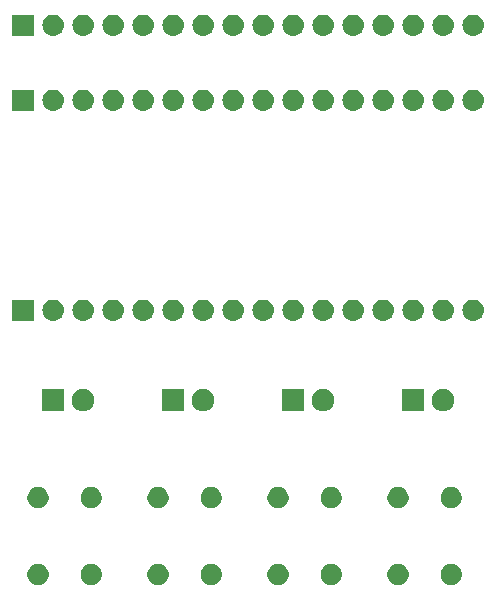
<source format=gbs>
G04 #@! TF.GenerationSoftware,KiCad,Pcbnew,5.1.4-e60b266~84~ubuntu18.04.1*
G04 #@! TF.CreationDate,2019-09-29T11:15:23+02:00*
G04 #@! TF.ProjectId,UpduinoLEDButtonExpander,55706475-696e-46f4-9c45-44427574746f,rev?*
G04 #@! TF.SameCoordinates,PX88dc9f0PY43d3480*
G04 #@! TF.FileFunction,Soldermask,Bot*
G04 #@! TF.FilePolarity,Negative*
%FSLAX46Y46*%
G04 Gerber Fmt 4.6, Leading zero omitted, Abs format (unit mm)*
G04 Created by KiCad (PCBNEW 5.1.4-e60b266~84~ubuntu18.04.1) date 2019-09-29 11:15:23*
%MOMM*%
%LPD*%
G04 APERTURE LIST*
%ADD10C,0.100000*%
G04 APERTURE END LIST*
D10*
G36*
X17313512Y-39258927D02*
G01*
X17462812Y-39288624D01*
X17626784Y-39356544D01*
X17774354Y-39455147D01*
X17899853Y-39580646D01*
X17998456Y-39728216D01*
X18066376Y-39892188D01*
X18101000Y-40066259D01*
X18101000Y-40243741D01*
X18066376Y-40417812D01*
X17998456Y-40581784D01*
X17899853Y-40729354D01*
X17774354Y-40854853D01*
X17626784Y-40953456D01*
X17462812Y-41021376D01*
X17313512Y-41051073D01*
X17288742Y-41056000D01*
X17111258Y-41056000D01*
X17086488Y-41051073D01*
X16937188Y-41021376D01*
X16773216Y-40953456D01*
X16625646Y-40854853D01*
X16500147Y-40729354D01*
X16401544Y-40581784D01*
X16333624Y-40417812D01*
X16299000Y-40243741D01*
X16299000Y-40066259D01*
X16333624Y-39892188D01*
X16401544Y-39728216D01*
X16500147Y-39580646D01*
X16625646Y-39455147D01*
X16773216Y-39356544D01*
X16937188Y-39288624D01*
X17086488Y-39258927D01*
X17111258Y-39254000D01*
X17288742Y-39254000D01*
X17313512Y-39258927D01*
X17313512Y-39258927D01*
G37*
G36*
X-17666488Y-39258927D02*
G01*
X-17517188Y-39288624D01*
X-17353216Y-39356544D01*
X-17205646Y-39455147D01*
X-17080147Y-39580646D01*
X-16981544Y-39728216D01*
X-16913624Y-39892188D01*
X-16879000Y-40066259D01*
X-16879000Y-40243741D01*
X-16913624Y-40417812D01*
X-16981544Y-40581784D01*
X-17080147Y-40729354D01*
X-17205646Y-40854853D01*
X-17353216Y-40953456D01*
X-17517188Y-41021376D01*
X-17666488Y-41051073D01*
X-17691258Y-41056000D01*
X-17868742Y-41056000D01*
X-17893512Y-41051073D01*
X-18042812Y-41021376D01*
X-18206784Y-40953456D01*
X-18354354Y-40854853D01*
X-18479853Y-40729354D01*
X-18578456Y-40581784D01*
X-18646376Y-40417812D01*
X-18681000Y-40243741D01*
X-18681000Y-40066259D01*
X-18646376Y-39892188D01*
X-18578456Y-39728216D01*
X-18479853Y-39580646D01*
X-18354354Y-39455147D01*
X-18206784Y-39356544D01*
X-18042812Y-39288624D01*
X-17893512Y-39258927D01*
X-17868742Y-39254000D01*
X-17691258Y-39254000D01*
X-17666488Y-39258927D01*
X-17666488Y-39258927D01*
G37*
G36*
X-13166488Y-39258927D02*
G01*
X-13017188Y-39288624D01*
X-12853216Y-39356544D01*
X-12705646Y-39455147D01*
X-12580147Y-39580646D01*
X-12481544Y-39728216D01*
X-12413624Y-39892188D01*
X-12379000Y-40066259D01*
X-12379000Y-40243741D01*
X-12413624Y-40417812D01*
X-12481544Y-40581784D01*
X-12580147Y-40729354D01*
X-12705646Y-40854853D01*
X-12853216Y-40953456D01*
X-13017188Y-41021376D01*
X-13166488Y-41051073D01*
X-13191258Y-41056000D01*
X-13368742Y-41056000D01*
X-13393512Y-41051073D01*
X-13542812Y-41021376D01*
X-13706784Y-40953456D01*
X-13854354Y-40854853D01*
X-13979853Y-40729354D01*
X-14078456Y-40581784D01*
X-14146376Y-40417812D01*
X-14181000Y-40243741D01*
X-14181000Y-40066259D01*
X-14146376Y-39892188D01*
X-14078456Y-39728216D01*
X-13979853Y-39580646D01*
X-13854354Y-39455147D01*
X-13706784Y-39356544D01*
X-13542812Y-39288624D01*
X-13393512Y-39258927D01*
X-13368742Y-39254000D01*
X-13191258Y-39254000D01*
X-13166488Y-39258927D01*
X-13166488Y-39258927D01*
G37*
G36*
X-7506488Y-39258927D02*
G01*
X-7357188Y-39288624D01*
X-7193216Y-39356544D01*
X-7045646Y-39455147D01*
X-6920147Y-39580646D01*
X-6821544Y-39728216D01*
X-6753624Y-39892188D01*
X-6719000Y-40066259D01*
X-6719000Y-40243741D01*
X-6753624Y-40417812D01*
X-6821544Y-40581784D01*
X-6920147Y-40729354D01*
X-7045646Y-40854853D01*
X-7193216Y-40953456D01*
X-7357188Y-41021376D01*
X-7506488Y-41051073D01*
X-7531258Y-41056000D01*
X-7708742Y-41056000D01*
X-7733512Y-41051073D01*
X-7882812Y-41021376D01*
X-8046784Y-40953456D01*
X-8194354Y-40854853D01*
X-8319853Y-40729354D01*
X-8418456Y-40581784D01*
X-8486376Y-40417812D01*
X-8521000Y-40243741D01*
X-8521000Y-40066259D01*
X-8486376Y-39892188D01*
X-8418456Y-39728216D01*
X-8319853Y-39580646D01*
X-8194354Y-39455147D01*
X-8046784Y-39356544D01*
X-7882812Y-39288624D01*
X-7733512Y-39258927D01*
X-7708742Y-39254000D01*
X-7531258Y-39254000D01*
X-7506488Y-39258927D01*
X-7506488Y-39258927D01*
G37*
G36*
X-3006488Y-39258927D02*
G01*
X-2857188Y-39288624D01*
X-2693216Y-39356544D01*
X-2545646Y-39455147D01*
X-2420147Y-39580646D01*
X-2321544Y-39728216D01*
X-2253624Y-39892188D01*
X-2219000Y-40066259D01*
X-2219000Y-40243741D01*
X-2253624Y-40417812D01*
X-2321544Y-40581784D01*
X-2420147Y-40729354D01*
X-2545646Y-40854853D01*
X-2693216Y-40953456D01*
X-2857188Y-41021376D01*
X-3006488Y-41051073D01*
X-3031258Y-41056000D01*
X-3208742Y-41056000D01*
X-3233512Y-41051073D01*
X-3382812Y-41021376D01*
X-3546784Y-40953456D01*
X-3694354Y-40854853D01*
X-3819853Y-40729354D01*
X-3918456Y-40581784D01*
X-3986376Y-40417812D01*
X-4021000Y-40243741D01*
X-4021000Y-40066259D01*
X-3986376Y-39892188D01*
X-3918456Y-39728216D01*
X-3819853Y-39580646D01*
X-3694354Y-39455147D01*
X-3546784Y-39356544D01*
X-3382812Y-39288624D01*
X-3233512Y-39258927D01*
X-3208742Y-39254000D01*
X-3031258Y-39254000D01*
X-3006488Y-39258927D01*
X-3006488Y-39258927D01*
G37*
G36*
X7153512Y-39258927D02*
G01*
X7302812Y-39288624D01*
X7466784Y-39356544D01*
X7614354Y-39455147D01*
X7739853Y-39580646D01*
X7838456Y-39728216D01*
X7906376Y-39892188D01*
X7941000Y-40066259D01*
X7941000Y-40243741D01*
X7906376Y-40417812D01*
X7838456Y-40581784D01*
X7739853Y-40729354D01*
X7614354Y-40854853D01*
X7466784Y-40953456D01*
X7302812Y-41021376D01*
X7153512Y-41051073D01*
X7128742Y-41056000D01*
X6951258Y-41056000D01*
X6926488Y-41051073D01*
X6777188Y-41021376D01*
X6613216Y-40953456D01*
X6465646Y-40854853D01*
X6340147Y-40729354D01*
X6241544Y-40581784D01*
X6173624Y-40417812D01*
X6139000Y-40243741D01*
X6139000Y-40066259D01*
X6173624Y-39892188D01*
X6241544Y-39728216D01*
X6340147Y-39580646D01*
X6465646Y-39455147D01*
X6613216Y-39356544D01*
X6777188Y-39288624D01*
X6926488Y-39258927D01*
X6951258Y-39254000D01*
X7128742Y-39254000D01*
X7153512Y-39258927D01*
X7153512Y-39258927D01*
G37*
G36*
X12813512Y-39258927D02*
G01*
X12962812Y-39288624D01*
X13126784Y-39356544D01*
X13274354Y-39455147D01*
X13399853Y-39580646D01*
X13498456Y-39728216D01*
X13566376Y-39892188D01*
X13601000Y-40066259D01*
X13601000Y-40243741D01*
X13566376Y-40417812D01*
X13498456Y-40581784D01*
X13399853Y-40729354D01*
X13274354Y-40854853D01*
X13126784Y-40953456D01*
X12962812Y-41021376D01*
X12813512Y-41051073D01*
X12788742Y-41056000D01*
X12611258Y-41056000D01*
X12586488Y-41051073D01*
X12437188Y-41021376D01*
X12273216Y-40953456D01*
X12125646Y-40854853D01*
X12000147Y-40729354D01*
X11901544Y-40581784D01*
X11833624Y-40417812D01*
X11799000Y-40243741D01*
X11799000Y-40066259D01*
X11833624Y-39892188D01*
X11901544Y-39728216D01*
X12000147Y-39580646D01*
X12125646Y-39455147D01*
X12273216Y-39356544D01*
X12437188Y-39288624D01*
X12586488Y-39258927D01*
X12611258Y-39254000D01*
X12788742Y-39254000D01*
X12813512Y-39258927D01*
X12813512Y-39258927D01*
G37*
G36*
X2653512Y-39258927D02*
G01*
X2802812Y-39288624D01*
X2966784Y-39356544D01*
X3114354Y-39455147D01*
X3239853Y-39580646D01*
X3338456Y-39728216D01*
X3406376Y-39892188D01*
X3441000Y-40066259D01*
X3441000Y-40243741D01*
X3406376Y-40417812D01*
X3338456Y-40581784D01*
X3239853Y-40729354D01*
X3114354Y-40854853D01*
X2966784Y-40953456D01*
X2802812Y-41021376D01*
X2653512Y-41051073D01*
X2628742Y-41056000D01*
X2451258Y-41056000D01*
X2426488Y-41051073D01*
X2277188Y-41021376D01*
X2113216Y-40953456D01*
X1965646Y-40854853D01*
X1840147Y-40729354D01*
X1741544Y-40581784D01*
X1673624Y-40417812D01*
X1639000Y-40243741D01*
X1639000Y-40066259D01*
X1673624Y-39892188D01*
X1741544Y-39728216D01*
X1840147Y-39580646D01*
X1965646Y-39455147D01*
X2113216Y-39356544D01*
X2277188Y-39288624D01*
X2426488Y-39258927D01*
X2451258Y-39254000D01*
X2628742Y-39254000D01*
X2653512Y-39258927D01*
X2653512Y-39258927D01*
G37*
G36*
X-13166488Y-32758927D02*
G01*
X-13017188Y-32788624D01*
X-12853216Y-32856544D01*
X-12705646Y-32955147D01*
X-12580147Y-33080646D01*
X-12481544Y-33228216D01*
X-12413624Y-33392188D01*
X-12379000Y-33566259D01*
X-12379000Y-33743741D01*
X-12413624Y-33917812D01*
X-12481544Y-34081784D01*
X-12580147Y-34229354D01*
X-12705646Y-34354853D01*
X-12853216Y-34453456D01*
X-13017188Y-34521376D01*
X-13166488Y-34551073D01*
X-13191258Y-34556000D01*
X-13368742Y-34556000D01*
X-13393512Y-34551073D01*
X-13542812Y-34521376D01*
X-13706784Y-34453456D01*
X-13854354Y-34354853D01*
X-13979853Y-34229354D01*
X-14078456Y-34081784D01*
X-14146376Y-33917812D01*
X-14181000Y-33743741D01*
X-14181000Y-33566259D01*
X-14146376Y-33392188D01*
X-14078456Y-33228216D01*
X-13979853Y-33080646D01*
X-13854354Y-32955147D01*
X-13706784Y-32856544D01*
X-13542812Y-32788624D01*
X-13393512Y-32758927D01*
X-13368742Y-32754000D01*
X-13191258Y-32754000D01*
X-13166488Y-32758927D01*
X-13166488Y-32758927D01*
G37*
G36*
X17313512Y-32758927D02*
G01*
X17462812Y-32788624D01*
X17626784Y-32856544D01*
X17774354Y-32955147D01*
X17899853Y-33080646D01*
X17998456Y-33228216D01*
X18066376Y-33392188D01*
X18101000Y-33566259D01*
X18101000Y-33743741D01*
X18066376Y-33917812D01*
X17998456Y-34081784D01*
X17899853Y-34229354D01*
X17774354Y-34354853D01*
X17626784Y-34453456D01*
X17462812Y-34521376D01*
X17313512Y-34551073D01*
X17288742Y-34556000D01*
X17111258Y-34556000D01*
X17086488Y-34551073D01*
X16937188Y-34521376D01*
X16773216Y-34453456D01*
X16625646Y-34354853D01*
X16500147Y-34229354D01*
X16401544Y-34081784D01*
X16333624Y-33917812D01*
X16299000Y-33743741D01*
X16299000Y-33566259D01*
X16333624Y-33392188D01*
X16401544Y-33228216D01*
X16500147Y-33080646D01*
X16625646Y-32955147D01*
X16773216Y-32856544D01*
X16937188Y-32788624D01*
X17086488Y-32758927D01*
X17111258Y-32754000D01*
X17288742Y-32754000D01*
X17313512Y-32758927D01*
X17313512Y-32758927D01*
G37*
G36*
X2653512Y-32758927D02*
G01*
X2802812Y-32788624D01*
X2966784Y-32856544D01*
X3114354Y-32955147D01*
X3239853Y-33080646D01*
X3338456Y-33228216D01*
X3406376Y-33392188D01*
X3441000Y-33566259D01*
X3441000Y-33743741D01*
X3406376Y-33917812D01*
X3338456Y-34081784D01*
X3239853Y-34229354D01*
X3114354Y-34354853D01*
X2966784Y-34453456D01*
X2802812Y-34521376D01*
X2653512Y-34551073D01*
X2628742Y-34556000D01*
X2451258Y-34556000D01*
X2426488Y-34551073D01*
X2277188Y-34521376D01*
X2113216Y-34453456D01*
X1965646Y-34354853D01*
X1840147Y-34229354D01*
X1741544Y-34081784D01*
X1673624Y-33917812D01*
X1639000Y-33743741D01*
X1639000Y-33566259D01*
X1673624Y-33392188D01*
X1741544Y-33228216D01*
X1840147Y-33080646D01*
X1965646Y-32955147D01*
X2113216Y-32856544D01*
X2277188Y-32788624D01*
X2426488Y-32758927D01*
X2451258Y-32754000D01*
X2628742Y-32754000D01*
X2653512Y-32758927D01*
X2653512Y-32758927D01*
G37*
G36*
X7153512Y-32758927D02*
G01*
X7302812Y-32788624D01*
X7466784Y-32856544D01*
X7614354Y-32955147D01*
X7739853Y-33080646D01*
X7838456Y-33228216D01*
X7906376Y-33392188D01*
X7941000Y-33566259D01*
X7941000Y-33743741D01*
X7906376Y-33917812D01*
X7838456Y-34081784D01*
X7739853Y-34229354D01*
X7614354Y-34354853D01*
X7466784Y-34453456D01*
X7302812Y-34521376D01*
X7153512Y-34551073D01*
X7128742Y-34556000D01*
X6951258Y-34556000D01*
X6926488Y-34551073D01*
X6777188Y-34521376D01*
X6613216Y-34453456D01*
X6465646Y-34354853D01*
X6340147Y-34229354D01*
X6241544Y-34081784D01*
X6173624Y-33917812D01*
X6139000Y-33743741D01*
X6139000Y-33566259D01*
X6173624Y-33392188D01*
X6241544Y-33228216D01*
X6340147Y-33080646D01*
X6465646Y-32955147D01*
X6613216Y-32856544D01*
X6777188Y-32788624D01*
X6926488Y-32758927D01*
X6951258Y-32754000D01*
X7128742Y-32754000D01*
X7153512Y-32758927D01*
X7153512Y-32758927D01*
G37*
G36*
X12813512Y-32758927D02*
G01*
X12962812Y-32788624D01*
X13126784Y-32856544D01*
X13274354Y-32955147D01*
X13399853Y-33080646D01*
X13498456Y-33228216D01*
X13566376Y-33392188D01*
X13601000Y-33566259D01*
X13601000Y-33743741D01*
X13566376Y-33917812D01*
X13498456Y-34081784D01*
X13399853Y-34229354D01*
X13274354Y-34354853D01*
X13126784Y-34453456D01*
X12962812Y-34521376D01*
X12813512Y-34551073D01*
X12788742Y-34556000D01*
X12611258Y-34556000D01*
X12586488Y-34551073D01*
X12437188Y-34521376D01*
X12273216Y-34453456D01*
X12125646Y-34354853D01*
X12000147Y-34229354D01*
X11901544Y-34081784D01*
X11833624Y-33917812D01*
X11799000Y-33743741D01*
X11799000Y-33566259D01*
X11833624Y-33392188D01*
X11901544Y-33228216D01*
X12000147Y-33080646D01*
X12125646Y-32955147D01*
X12273216Y-32856544D01*
X12437188Y-32788624D01*
X12586488Y-32758927D01*
X12611258Y-32754000D01*
X12788742Y-32754000D01*
X12813512Y-32758927D01*
X12813512Y-32758927D01*
G37*
G36*
X-7506488Y-32758927D02*
G01*
X-7357188Y-32788624D01*
X-7193216Y-32856544D01*
X-7045646Y-32955147D01*
X-6920147Y-33080646D01*
X-6821544Y-33228216D01*
X-6753624Y-33392188D01*
X-6719000Y-33566259D01*
X-6719000Y-33743741D01*
X-6753624Y-33917812D01*
X-6821544Y-34081784D01*
X-6920147Y-34229354D01*
X-7045646Y-34354853D01*
X-7193216Y-34453456D01*
X-7357188Y-34521376D01*
X-7506488Y-34551073D01*
X-7531258Y-34556000D01*
X-7708742Y-34556000D01*
X-7733512Y-34551073D01*
X-7882812Y-34521376D01*
X-8046784Y-34453456D01*
X-8194354Y-34354853D01*
X-8319853Y-34229354D01*
X-8418456Y-34081784D01*
X-8486376Y-33917812D01*
X-8521000Y-33743741D01*
X-8521000Y-33566259D01*
X-8486376Y-33392188D01*
X-8418456Y-33228216D01*
X-8319853Y-33080646D01*
X-8194354Y-32955147D01*
X-8046784Y-32856544D01*
X-7882812Y-32788624D01*
X-7733512Y-32758927D01*
X-7708742Y-32754000D01*
X-7531258Y-32754000D01*
X-7506488Y-32758927D01*
X-7506488Y-32758927D01*
G37*
G36*
X-17666488Y-32758927D02*
G01*
X-17517188Y-32788624D01*
X-17353216Y-32856544D01*
X-17205646Y-32955147D01*
X-17080147Y-33080646D01*
X-16981544Y-33228216D01*
X-16913624Y-33392188D01*
X-16879000Y-33566259D01*
X-16879000Y-33743741D01*
X-16913624Y-33917812D01*
X-16981544Y-34081784D01*
X-17080147Y-34229354D01*
X-17205646Y-34354853D01*
X-17353216Y-34453456D01*
X-17517188Y-34521376D01*
X-17666488Y-34551073D01*
X-17691258Y-34556000D01*
X-17868742Y-34556000D01*
X-17893512Y-34551073D01*
X-18042812Y-34521376D01*
X-18206784Y-34453456D01*
X-18354354Y-34354853D01*
X-18479853Y-34229354D01*
X-18578456Y-34081784D01*
X-18646376Y-33917812D01*
X-18681000Y-33743741D01*
X-18681000Y-33566259D01*
X-18646376Y-33392188D01*
X-18578456Y-33228216D01*
X-18479853Y-33080646D01*
X-18354354Y-32955147D01*
X-18206784Y-32856544D01*
X-18042812Y-32788624D01*
X-17893512Y-32758927D01*
X-17868742Y-32754000D01*
X-17691258Y-32754000D01*
X-17666488Y-32758927D01*
X-17666488Y-32758927D01*
G37*
G36*
X-3006488Y-32758927D02*
G01*
X-2857188Y-32788624D01*
X-2693216Y-32856544D01*
X-2545646Y-32955147D01*
X-2420147Y-33080646D01*
X-2321544Y-33228216D01*
X-2253624Y-33392188D01*
X-2219000Y-33566259D01*
X-2219000Y-33743741D01*
X-2253624Y-33917812D01*
X-2321544Y-34081784D01*
X-2420147Y-34229354D01*
X-2545646Y-34354853D01*
X-2693216Y-34453456D01*
X-2857188Y-34521376D01*
X-3006488Y-34551073D01*
X-3031258Y-34556000D01*
X-3208742Y-34556000D01*
X-3233512Y-34551073D01*
X-3382812Y-34521376D01*
X-3546784Y-34453456D01*
X-3694354Y-34354853D01*
X-3819853Y-34229354D01*
X-3918456Y-34081784D01*
X-3986376Y-33917812D01*
X-4021000Y-33743741D01*
X-4021000Y-33566259D01*
X-3986376Y-33392188D01*
X-3918456Y-33228216D01*
X-3819853Y-33080646D01*
X-3694354Y-32955147D01*
X-3546784Y-32856544D01*
X-3382812Y-32788624D01*
X-3233512Y-32758927D01*
X-3208742Y-32754000D01*
X-3031258Y-32754000D01*
X-3006488Y-32758927D01*
X-3006488Y-32758927D01*
G37*
G36*
X16787395Y-24485546D02*
G01*
X16960466Y-24557234D01*
X16960467Y-24557235D01*
X17116227Y-24661310D01*
X17248690Y-24793773D01*
X17248691Y-24793775D01*
X17352766Y-24949534D01*
X17424454Y-25122605D01*
X17461000Y-25306333D01*
X17461000Y-25493667D01*
X17424454Y-25677395D01*
X17352766Y-25850466D01*
X17352765Y-25850467D01*
X17248690Y-26006227D01*
X17116227Y-26138690D01*
X17037818Y-26191081D01*
X16960466Y-26242766D01*
X16787395Y-26314454D01*
X16603667Y-26351000D01*
X16416333Y-26351000D01*
X16232605Y-26314454D01*
X16059534Y-26242766D01*
X15982182Y-26191081D01*
X15903773Y-26138690D01*
X15771310Y-26006227D01*
X15667235Y-25850467D01*
X15667234Y-25850466D01*
X15595546Y-25677395D01*
X15559000Y-25493667D01*
X15559000Y-25306333D01*
X15595546Y-25122605D01*
X15667234Y-24949534D01*
X15771309Y-24793775D01*
X15771310Y-24793773D01*
X15903773Y-24661310D01*
X16059533Y-24557235D01*
X16059534Y-24557234D01*
X16232605Y-24485546D01*
X16416333Y-24449000D01*
X16603667Y-24449000D01*
X16787395Y-24485546D01*
X16787395Y-24485546D01*
G37*
G36*
X-15559000Y-26351000D02*
G01*
X-17461000Y-26351000D01*
X-17461000Y-24449000D01*
X-15559000Y-24449000D01*
X-15559000Y-26351000D01*
X-15559000Y-26351000D01*
G37*
G36*
X-13692605Y-24485546D02*
G01*
X-13519534Y-24557234D01*
X-13519533Y-24557235D01*
X-13363773Y-24661310D01*
X-13231310Y-24793773D01*
X-13231309Y-24793775D01*
X-13127234Y-24949534D01*
X-13055546Y-25122605D01*
X-13019000Y-25306333D01*
X-13019000Y-25493667D01*
X-13055546Y-25677395D01*
X-13127234Y-25850466D01*
X-13127235Y-25850467D01*
X-13231310Y-26006227D01*
X-13363773Y-26138690D01*
X-13442182Y-26191081D01*
X-13519534Y-26242766D01*
X-13692605Y-26314454D01*
X-13876333Y-26351000D01*
X-14063667Y-26351000D01*
X-14247395Y-26314454D01*
X-14420466Y-26242766D01*
X-14497818Y-26191081D01*
X-14576227Y-26138690D01*
X-14708690Y-26006227D01*
X-14812765Y-25850467D01*
X-14812766Y-25850466D01*
X-14884454Y-25677395D01*
X-14921000Y-25493667D01*
X-14921000Y-25306333D01*
X-14884454Y-25122605D01*
X-14812766Y-24949534D01*
X-14708691Y-24793775D01*
X-14708690Y-24793773D01*
X-14576227Y-24661310D01*
X-14420467Y-24557235D01*
X-14420466Y-24557234D01*
X-14247395Y-24485546D01*
X-14063667Y-24449000D01*
X-13876333Y-24449000D01*
X-13692605Y-24485546D01*
X-13692605Y-24485546D01*
G37*
G36*
X-3532605Y-24485546D02*
G01*
X-3359534Y-24557234D01*
X-3359533Y-24557235D01*
X-3203773Y-24661310D01*
X-3071310Y-24793773D01*
X-3071309Y-24793775D01*
X-2967234Y-24949534D01*
X-2895546Y-25122605D01*
X-2859000Y-25306333D01*
X-2859000Y-25493667D01*
X-2895546Y-25677395D01*
X-2967234Y-25850466D01*
X-2967235Y-25850467D01*
X-3071310Y-26006227D01*
X-3203773Y-26138690D01*
X-3282182Y-26191081D01*
X-3359534Y-26242766D01*
X-3532605Y-26314454D01*
X-3716333Y-26351000D01*
X-3903667Y-26351000D01*
X-4087395Y-26314454D01*
X-4260466Y-26242766D01*
X-4337818Y-26191081D01*
X-4416227Y-26138690D01*
X-4548690Y-26006227D01*
X-4652765Y-25850467D01*
X-4652766Y-25850466D01*
X-4724454Y-25677395D01*
X-4761000Y-25493667D01*
X-4761000Y-25306333D01*
X-4724454Y-25122605D01*
X-4652766Y-24949534D01*
X-4548691Y-24793775D01*
X-4548690Y-24793773D01*
X-4416227Y-24661310D01*
X-4260467Y-24557235D01*
X-4260466Y-24557234D01*
X-4087395Y-24485546D01*
X-3903667Y-24449000D01*
X-3716333Y-24449000D01*
X-3532605Y-24485546D01*
X-3532605Y-24485546D01*
G37*
G36*
X-5399000Y-26351000D02*
G01*
X-7301000Y-26351000D01*
X-7301000Y-24449000D01*
X-5399000Y-24449000D01*
X-5399000Y-26351000D01*
X-5399000Y-26351000D01*
G37*
G36*
X6627395Y-24485546D02*
G01*
X6800466Y-24557234D01*
X6800467Y-24557235D01*
X6956227Y-24661310D01*
X7088690Y-24793773D01*
X7088691Y-24793775D01*
X7192766Y-24949534D01*
X7264454Y-25122605D01*
X7301000Y-25306333D01*
X7301000Y-25493667D01*
X7264454Y-25677395D01*
X7192766Y-25850466D01*
X7192765Y-25850467D01*
X7088690Y-26006227D01*
X6956227Y-26138690D01*
X6877818Y-26191081D01*
X6800466Y-26242766D01*
X6627395Y-26314454D01*
X6443667Y-26351000D01*
X6256333Y-26351000D01*
X6072605Y-26314454D01*
X5899534Y-26242766D01*
X5822182Y-26191081D01*
X5743773Y-26138690D01*
X5611310Y-26006227D01*
X5507235Y-25850467D01*
X5507234Y-25850466D01*
X5435546Y-25677395D01*
X5399000Y-25493667D01*
X5399000Y-25306333D01*
X5435546Y-25122605D01*
X5507234Y-24949534D01*
X5611309Y-24793775D01*
X5611310Y-24793773D01*
X5743773Y-24661310D01*
X5899533Y-24557235D01*
X5899534Y-24557234D01*
X6072605Y-24485546D01*
X6256333Y-24449000D01*
X6443667Y-24449000D01*
X6627395Y-24485546D01*
X6627395Y-24485546D01*
G37*
G36*
X4761000Y-26351000D02*
G01*
X2859000Y-26351000D01*
X2859000Y-24449000D01*
X4761000Y-24449000D01*
X4761000Y-26351000D01*
X4761000Y-26351000D01*
G37*
G36*
X14921000Y-26351000D02*
G01*
X13019000Y-26351000D01*
X13019000Y-24449000D01*
X14921000Y-24449000D01*
X14921000Y-26351000D01*
X14921000Y-26351000D01*
G37*
G36*
X1380443Y-16885519D02*
G01*
X1446627Y-16892037D01*
X1616466Y-16943557D01*
X1772991Y-17027222D01*
X1808729Y-17056552D01*
X1910186Y-17139814D01*
X1993448Y-17241271D01*
X2022778Y-17277009D01*
X2106443Y-17433534D01*
X2157963Y-17603373D01*
X2175359Y-17780000D01*
X2157963Y-17956627D01*
X2106443Y-18126466D01*
X2022778Y-18282991D01*
X1993448Y-18318729D01*
X1910186Y-18420186D01*
X1808729Y-18503448D01*
X1772991Y-18532778D01*
X1616466Y-18616443D01*
X1446627Y-18667963D01*
X1380443Y-18674481D01*
X1314260Y-18681000D01*
X1225740Y-18681000D01*
X1159557Y-18674481D01*
X1093373Y-18667963D01*
X923534Y-18616443D01*
X767009Y-18532778D01*
X731271Y-18503448D01*
X629814Y-18420186D01*
X546552Y-18318729D01*
X517222Y-18282991D01*
X433557Y-18126466D01*
X382037Y-17956627D01*
X364641Y-17780000D01*
X382037Y-17603373D01*
X433557Y-17433534D01*
X517222Y-17277009D01*
X546552Y-17241271D01*
X629814Y-17139814D01*
X731271Y-17056552D01*
X767009Y-17027222D01*
X923534Y-16943557D01*
X1093373Y-16892037D01*
X1159557Y-16885519D01*
X1225740Y-16879000D01*
X1314260Y-16879000D01*
X1380443Y-16885519D01*
X1380443Y-16885519D01*
G37*
G36*
X-1159557Y-16885519D02*
G01*
X-1093373Y-16892037D01*
X-923534Y-16943557D01*
X-767009Y-17027222D01*
X-731271Y-17056552D01*
X-629814Y-17139814D01*
X-546552Y-17241271D01*
X-517222Y-17277009D01*
X-433557Y-17433534D01*
X-382037Y-17603373D01*
X-364641Y-17780000D01*
X-382037Y-17956627D01*
X-433557Y-18126466D01*
X-517222Y-18282991D01*
X-546552Y-18318729D01*
X-629814Y-18420186D01*
X-731271Y-18503448D01*
X-767009Y-18532778D01*
X-923534Y-18616443D01*
X-1093373Y-18667963D01*
X-1159557Y-18674481D01*
X-1225740Y-18681000D01*
X-1314260Y-18681000D01*
X-1380443Y-18674481D01*
X-1446627Y-18667963D01*
X-1616466Y-18616443D01*
X-1772991Y-18532778D01*
X-1808729Y-18503448D01*
X-1910186Y-18420186D01*
X-1993448Y-18318729D01*
X-2022778Y-18282991D01*
X-2106443Y-18126466D01*
X-2157963Y-17956627D01*
X-2175359Y-17780000D01*
X-2157963Y-17603373D01*
X-2106443Y-17433534D01*
X-2022778Y-17277009D01*
X-1993448Y-17241271D01*
X-1910186Y-17139814D01*
X-1808729Y-17056552D01*
X-1772991Y-17027222D01*
X-1616466Y-16943557D01*
X-1446627Y-16892037D01*
X-1380443Y-16885519D01*
X-1314260Y-16879000D01*
X-1225740Y-16879000D01*
X-1159557Y-16885519D01*
X-1159557Y-16885519D01*
G37*
G36*
X-3699557Y-16885519D02*
G01*
X-3633373Y-16892037D01*
X-3463534Y-16943557D01*
X-3307009Y-17027222D01*
X-3271271Y-17056552D01*
X-3169814Y-17139814D01*
X-3086552Y-17241271D01*
X-3057222Y-17277009D01*
X-2973557Y-17433534D01*
X-2922037Y-17603373D01*
X-2904641Y-17780000D01*
X-2922037Y-17956627D01*
X-2973557Y-18126466D01*
X-3057222Y-18282991D01*
X-3086552Y-18318729D01*
X-3169814Y-18420186D01*
X-3271271Y-18503448D01*
X-3307009Y-18532778D01*
X-3463534Y-18616443D01*
X-3633373Y-18667963D01*
X-3699557Y-18674481D01*
X-3765740Y-18681000D01*
X-3854260Y-18681000D01*
X-3920443Y-18674481D01*
X-3986627Y-18667963D01*
X-4156466Y-18616443D01*
X-4312991Y-18532778D01*
X-4348729Y-18503448D01*
X-4450186Y-18420186D01*
X-4533448Y-18318729D01*
X-4562778Y-18282991D01*
X-4646443Y-18126466D01*
X-4697963Y-17956627D01*
X-4715359Y-17780000D01*
X-4697963Y-17603373D01*
X-4646443Y-17433534D01*
X-4562778Y-17277009D01*
X-4533448Y-17241271D01*
X-4450186Y-17139814D01*
X-4348729Y-17056552D01*
X-4312991Y-17027222D01*
X-4156466Y-16943557D01*
X-3986627Y-16892037D01*
X-3920443Y-16885519D01*
X-3854260Y-16879000D01*
X-3765740Y-16879000D01*
X-3699557Y-16885519D01*
X-3699557Y-16885519D01*
G37*
G36*
X-6239557Y-16885519D02*
G01*
X-6173373Y-16892037D01*
X-6003534Y-16943557D01*
X-5847009Y-17027222D01*
X-5811271Y-17056552D01*
X-5709814Y-17139814D01*
X-5626552Y-17241271D01*
X-5597222Y-17277009D01*
X-5513557Y-17433534D01*
X-5462037Y-17603373D01*
X-5444641Y-17780000D01*
X-5462037Y-17956627D01*
X-5513557Y-18126466D01*
X-5597222Y-18282991D01*
X-5626552Y-18318729D01*
X-5709814Y-18420186D01*
X-5811271Y-18503448D01*
X-5847009Y-18532778D01*
X-6003534Y-18616443D01*
X-6173373Y-18667963D01*
X-6239557Y-18674481D01*
X-6305740Y-18681000D01*
X-6394260Y-18681000D01*
X-6460443Y-18674481D01*
X-6526627Y-18667963D01*
X-6696466Y-18616443D01*
X-6852991Y-18532778D01*
X-6888729Y-18503448D01*
X-6990186Y-18420186D01*
X-7073448Y-18318729D01*
X-7102778Y-18282991D01*
X-7186443Y-18126466D01*
X-7237963Y-17956627D01*
X-7255359Y-17780000D01*
X-7237963Y-17603373D01*
X-7186443Y-17433534D01*
X-7102778Y-17277009D01*
X-7073448Y-17241271D01*
X-6990186Y-17139814D01*
X-6888729Y-17056552D01*
X-6852991Y-17027222D01*
X-6696466Y-16943557D01*
X-6526627Y-16892037D01*
X-6460443Y-16885519D01*
X-6394260Y-16879000D01*
X-6305740Y-16879000D01*
X-6239557Y-16885519D01*
X-6239557Y-16885519D01*
G37*
G36*
X-8779557Y-16885519D02*
G01*
X-8713373Y-16892037D01*
X-8543534Y-16943557D01*
X-8387009Y-17027222D01*
X-8351271Y-17056552D01*
X-8249814Y-17139814D01*
X-8166552Y-17241271D01*
X-8137222Y-17277009D01*
X-8053557Y-17433534D01*
X-8002037Y-17603373D01*
X-7984641Y-17780000D01*
X-8002037Y-17956627D01*
X-8053557Y-18126466D01*
X-8137222Y-18282991D01*
X-8166552Y-18318729D01*
X-8249814Y-18420186D01*
X-8351271Y-18503448D01*
X-8387009Y-18532778D01*
X-8543534Y-18616443D01*
X-8713373Y-18667963D01*
X-8779557Y-18674481D01*
X-8845740Y-18681000D01*
X-8934260Y-18681000D01*
X-9000443Y-18674481D01*
X-9066627Y-18667963D01*
X-9236466Y-18616443D01*
X-9392991Y-18532778D01*
X-9428729Y-18503448D01*
X-9530186Y-18420186D01*
X-9613448Y-18318729D01*
X-9642778Y-18282991D01*
X-9726443Y-18126466D01*
X-9777963Y-17956627D01*
X-9795359Y-17780000D01*
X-9777963Y-17603373D01*
X-9726443Y-17433534D01*
X-9642778Y-17277009D01*
X-9613448Y-17241271D01*
X-9530186Y-17139814D01*
X-9428729Y-17056552D01*
X-9392991Y-17027222D01*
X-9236466Y-16943557D01*
X-9066627Y-16892037D01*
X-9000443Y-16885519D01*
X-8934260Y-16879000D01*
X-8845740Y-16879000D01*
X-8779557Y-16885519D01*
X-8779557Y-16885519D01*
G37*
G36*
X-11319557Y-16885519D02*
G01*
X-11253373Y-16892037D01*
X-11083534Y-16943557D01*
X-10927009Y-17027222D01*
X-10891271Y-17056552D01*
X-10789814Y-17139814D01*
X-10706552Y-17241271D01*
X-10677222Y-17277009D01*
X-10593557Y-17433534D01*
X-10542037Y-17603373D01*
X-10524641Y-17780000D01*
X-10542037Y-17956627D01*
X-10593557Y-18126466D01*
X-10677222Y-18282991D01*
X-10706552Y-18318729D01*
X-10789814Y-18420186D01*
X-10891271Y-18503448D01*
X-10927009Y-18532778D01*
X-11083534Y-18616443D01*
X-11253373Y-18667963D01*
X-11319557Y-18674481D01*
X-11385740Y-18681000D01*
X-11474260Y-18681000D01*
X-11540443Y-18674481D01*
X-11606627Y-18667963D01*
X-11776466Y-18616443D01*
X-11932991Y-18532778D01*
X-11968729Y-18503448D01*
X-12070186Y-18420186D01*
X-12153448Y-18318729D01*
X-12182778Y-18282991D01*
X-12266443Y-18126466D01*
X-12317963Y-17956627D01*
X-12335359Y-17780000D01*
X-12317963Y-17603373D01*
X-12266443Y-17433534D01*
X-12182778Y-17277009D01*
X-12153448Y-17241271D01*
X-12070186Y-17139814D01*
X-11968729Y-17056552D01*
X-11932991Y-17027222D01*
X-11776466Y-16943557D01*
X-11606627Y-16892037D01*
X-11540443Y-16885519D01*
X-11474260Y-16879000D01*
X-11385740Y-16879000D01*
X-11319557Y-16885519D01*
X-11319557Y-16885519D01*
G37*
G36*
X-13859557Y-16885519D02*
G01*
X-13793373Y-16892037D01*
X-13623534Y-16943557D01*
X-13467009Y-17027222D01*
X-13431271Y-17056552D01*
X-13329814Y-17139814D01*
X-13246552Y-17241271D01*
X-13217222Y-17277009D01*
X-13133557Y-17433534D01*
X-13082037Y-17603373D01*
X-13064641Y-17780000D01*
X-13082037Y-17956627D01*
X-13133557Y-18126466D01*
X-13217222Y-18282991D01*
X-13246552Y-18318729D01*
X-13329814Y-18420186D01*
X-13431271Y-18503448D01*
X-13467009Y-18532778D01*
X-13623534Y-18616443D01*
X-13793373Y-18667963D01*
X-13859557Y-18674481D01*
X-13925740Y-18681000D01*
X-14014260Y-18681000D01*
X-14080443Y-18674481D01*
X-14146627Y-18667963D01*
X-14316466Y-18616443D01*
X-14472991Y-18532778D01*
X-14508729Y-18503448D01*
X-14610186Y-18420186D01*
X-14693448Y-18318729D01*
X-14722778Y-18282991D01*
X-14806443Y-18126466D01*
X-14857963Y-17956627D01*
X-14875359Y-17780000D01*
X-14857963Y-17603373D01*
X-14806443Y-17433534D01*
X-14722778Y-17277009D01*
X-14693448Y-17241271D01*
X-14610186Y-17139814D01*
X-14508729Y-17056552D01*
X-14472991Y-17027222D01*
X-14316466Y-16943557D01*
X-14146627Y-16892037D01*
X-14080443Y-16885519D01*
X-14014260Y-16879000D01*
X-13925740Y-16879000D01*
X-13859557Y-16885519D01*
X-13859557Y-16885519D01*
G37*
G36*
X-16399557Y-16885519D02*
G01*
X-16333373Y-16892037D01*
X-16163534Y-16943557D01*
X-16007009Y-17027222D01*
X-15971271Y-17056552D01*
X-15869814Y-17139814D01*
X-15786552Y-17241271D01*
X-15757222Y-17277009D01*
X-15673557Y-17433534D01*
X-15622037Y-17603373D01*
X-15604641Y-17780000D01*
X-15622037Y-17956627D01*
X-15673557Y-18126466D01*
X-15757222Y-18282991D01*
X-15786552Y-18318729D01*
X-15869814Y-18420186D01*
X-15971271Y-18503448D01*
X-16007009Y-18532778D01*
X-16163534Y-18616443D01*
X-16333373Y-18667963D01*
X-16399557Y-18674481D01*
X-16465740Y-18681000D01*
X-16554260Y-18681000D01*
X-16620443Y-18674481D01*
X-16686627Y-18667963D01*
X-16856466Y-18616443D01*
X-17012991Y-18532778D01*
X-17048729Y-18503448D01*
X-17150186Y-18420186D01*
X-17233448Y-18318729D01*
X-17262778Y-18282991D01*
X-17346443Y-18126466D01*
X-17397963Y-17956627D01*
X-17415359Y-17780000D01*
X-17397963Y-17603373D01*
X-17346443Y-17433534D01*
X-17262778Y-17277009D01*
X-17233448Y-17241271D01*
X-17150186Y-17139814D01*
X-17048729Y-17056552D01*
X-17012991Y-17027222D01*
X-16856466Y-16943557D01*
X-16686627Y-16892037D01*
X-16620443Y-16885519D01*
X-16554260Y-16879000D01*
X-16465740Y-16879000D01*
X-16399557Y-16885519D01*
X-16399557Y-16885519D01*
G37*
G36*
X3920443Y-16885519D02*
G01*
X3986627Y-16892037D01*
X4156466Y-16943557D01*
X4312991Y-17027222D01*
X4348729Y-17056552D01*
X4450186Y-17139814D01*
X4533448Y-17241271D01*
X4562778Y-17277009D01*
X4646443Y-17433534D01*
X4697963Y-17603373D01*
X4715359Y-17780000D01*
X4697963Y-17956627D01*
X4646443Y-18126466D01*
X4562778Y-18282991D01*
X4533448Y-18318729D01*
X4450186Y-18420186D01*
X4348729Y-18503448D01*
X4312991Y-18532778D01*
X4156466Y-18616443D01*
X3986627Y-18667963D01*
X3920443Y-18674481D01*
X3854260Y-18681000D01*
X3765740Y-18681000D01*
X3699557Y-18674481D01*
X3633373Y-18667963D01*
X3463534Y-18616443D01*
X3307009Y-18532778D01*
X3271271Y-18503448D01*
X3169814Y-18420186D01*
X3086552Y-18318729D01*
X3057222Y-18282991D01*
X2973557Y-18126466D01*
X2922037Y-17956627D01*
X2904641Y-17780000D01*
X2922037Y-17603373D01*
X2973557Y-17433534D01*
X3057222Y-17277009D01*
X3086552Y-17241271D01*
X3169814Y-17139814D01*
X3271271Y-17056552D01*
X3307009Y-17027222D01*
X3463534Y-16943557D01*
X3633373Y-16892037D01*
X3699557Y-16885519D01*
X3765740Y-16879000D01*
X3854260Y-16879000D01*
X3920443Y-16885519D01*
X3920443Y-16885519D01*
G37*
G36*
X6460443Y-16885519D02*
G01*
X6526627Y-16892037D01*
X6696466Y-16943557D01*
X6852991Y-17027222D01*
X6888729Y-17056552D01*
X6990186Y-17139814D01*
X7073448Y-17241271D01*
X7102778Y-17277009D01*
X7186443Y-17433534D01*
X7237963Y-17603373D01*
X7255359Y-17780000D01*
X7237963Y-17956627D01*
X7186443Y-18126466D01*
X7102778Y-18282991D01*
X7073448Y-18318729D01*
X6990186Y-18420186D01*
X6888729Y-18503448D01*
X6852991Y-18532778D01*
X6696466Y-18616443D01*
X6526627Y-18667963D01*
X6460443Y-18674481D01*
X6394260Y-18681000D01*
X6305740Y-18681000D01*
X6239557Y-18674481D01*
X6173373Y-18667963D01*
X6003534Y-18616443D01*
X5847009Y-18532778D01*
X5811271Y-18503448D01*
X5709814Y-18420186D01*
X5626552Y-18318729D01*
X5597222Y-18282991D01*
X5513557Y-18126466D01*
X5462037Y-17956627D01*
X5444641Y-17780000D01*
X5462037Y-17603373D01*
X5513557Y-17433534D01*
X5597222Y-17277009D01*
X5626552Y-17241271D01*
X5709814Y-17139814D01*
X5811271Y-17056552D01*
X5847009Y-17027222D01*
X6003534Y-16943557D01*
X6173373Y-16892037D01*
X6239557Y-16885519D01*
X6305740Y-16879000D01*
X6394260Y-16879000D01*
X6460443Y-16885519D01*
X6460443Y-16885519D01*
G37*
G36*
X11540443Y-16885519D02*
G01*
X11606627Y-16892037D01*
X11776466Y-16943557D01*
X11932991Y-17027222D01*
X11968729Y-17056552D01*
X12070186Y-17139814D01*
X12153448Y-17241271D01*
X12182778Y-17277009D01*
X12266443Y-17433534D01*
X12317963Y-17603373D01*
X12335359Y-17780000D01*
X12317963Y-17956627D01*
X12266443Y-18126466D01*
X12182778Y-18282991D01*
X12153448Y-18318729D01*
X12070186Y-18420186D01*
X11968729Y-18503448D01*
X11932991Y-18532778D01*
X11776466Y-18616443D01*
X11606627Y-18667963D01*
X11540443Y-18674481D01*
X11474260Y-18681000D01*
X11385740Y-18681000D01*
X11319557Y-18674481D01*
X11253373Y-18667963D01*
X11083534Y-18616443D01*
X10927009Y-18532778D01*
X10891271Y-18503448D01*
X10789814Y-18420186D01*
X10706552Y-18318729D01*
X10677222Y-18282991D01*
X10593557Y-18126466D01*
X10542037Y-17956627D01*
X10524641Y-17780000D01*
X10542037Y-17603373D01*
X10593557Y-17433534D01*
X10677222Y-17277009D01*
X10706552Y-17241271D01*
X10789814Y-17139814D01*
X10891271Y-17056552D01*
X10927009Y-17027222D01*
X11083534Y-16943557D01*
X11253373Y-16892037D01*
X11319557Y-16885519D01*
X11385740Y-16879000D01*
X11474260Y-16879000D01*
X11540443Y-16885519D01*
X11540443Y-16885519D01*
G37*
G36*
X14080443Y-16885519D02*
G01*
X14146627Y-16892037D01*
X14316466Y-16943557D01*
X14472991Y-17027222D01*
X14508729Y-17056552D01*
X14610186Y-17139814D01*
X14693448Y-17241271D01*
X14722778Y-17277009D01*
X14806443Y-17433534D01*
X14857963Y-17603373D01*
X14875359Y-17780000D01*
X14857963Y-17956627D01*
X14806443Y-18126466D01*
X14722778Y-18282991D01*
X14693448Y-18318729D01*
X14610186Y-18420186D01*
X14508729Y-18503448D01*
X14472991Y-18532778D01*
X14316466Y-18616443D01*
X14146627Y-18667963D01*
X14080443Y-18674481D01*
X14014260Y-18681000D01*
X13925740Y-18681000D01*
X13859557Y-18674481D01*
X13793373Y-18667963D01*
X13623534Y-18616443D01*
X13467009Y-18532778D01*
X13431271Y-18503448D01*
X13329814Y-18420186D01*
X13246552Y-18318729D01*
X13217222Y-18282991D01*
X13133557Y-18126466D01*
X13082037Y-17956627D01*
X13064641Y-17780000D01*
X13082037Y-17603373D01*
X13133557Y-17433534D01*
X13217222Y-17277009D01*
X13246552Y-17241271D01*
X13329814Y-17139814D01*
X13431271Y-17056552D01*
X13467009Y-17027222D01*
X13623534Y-16943557D01*
X13793373Y-16892037D01*
X13859557Y-16885519D01*
X13925740Y-16879000D01*
X14014260Y-16879000D01*
X14080443Y-16885519D01*
X14080443Y-16885519D01*
G37*
G36*
X16620443Y-16885519D02*
G01*
X16686627Y-16892037D01*
X16856466Y-16943557D01*
X17012991Y-17027222D01*
X17048729Y-17056552D01*
X17150186Y-17139814D01*
X17233448Y-17241271D01*
X17262778Y-17277009D01*
X17346443Y-17433534D01*
X17397963Y-17603373D01*
X17415359Y-17780000D01*
X17397963Y-17956627D01*
X17346443Y-18126466D01*
X17262778Y-18282991D01*
X17233448Y-18318729D01*
X17150186Y-18420186D01*
X17048729Y-18503448D01*
X17012991Y-18532778D01*
X16856466Y-18616443D01*
X16686627Y-18667963D01*
X16620443Y-18674481D01*
X16554260Y-18681000D01*
X16465740Y-18681000D01*
X16399557Y-18674481D01*
X16333373Y-18667963D01*
X16163534Y-18616443D01*
X16007009Y-18532778D01*
X15971271Y-18503448D01*
X15869814Y-18420186D01*
X15786552Y-18318729D01*
X15757222Y-18282991D01*
X15673557Y-18126466D01*
X15622037Y-17956627D01*
X15604641Y-17780000D01*
X15622037Y-17603373D01*
X15673557Y-17433534D01*
X15757222Y-17277009D01*
X15786552Y-17241271D01*
X15869814Y-17139814D01*
X15971271Y-17056552D01*
X16007009Y-17027222D01*
X16163534Y-16943557D01*
X16333373Y-16892037D01*
X16399557Y-16885519D01*
X16465740Y-16879000D01*
X16554260Y-16879000D01*
X16620443Y-16885519D01*
X16620443Y-16885519D01*
G37*
G36*
X19160443Y-16885519D02*
G01*
X19226627Y-16892037D01*
X19396466Y-16943557D01*
X19552991Y-17027222D01*
X19588729Y-17056552D01*
X19690186Y-17139814D01*
X19773448Y-17241271D01*
X19802778Y-17277009D01*
X19886443Y-17433534D01*
X19937963Y-17603373D01*
X19955359Y-17780000D01*
X19937963Y-17956627D01*
X19886443Y-18126466D01*
X19802778Y-18282991D01*
X19773448Y-18318729D01*
X19690186Y-18420186D01*
X19588729Y-18503448D01*
X19552991Y-18532778D01*
X19396466Y-18616443D01*
X19226627Y-18667963D01*
X19160443Y-18674481D01*
X19094260Y-18681000D01*
X19005740Y-18681000D01*
X18939557Y-18674481D01*
X18873373Y-18667963D01*
X18703534Y-18616443D01*
X18547009Y-18532778D01*
X18511271Y-18503448D01*
X18409814Y-18420186D01*
X18326552Y-18318729D01*
X18297222Y-18282991D01*
X18213557Y-18126466D01*
X18162037Y-17956627D01*
X18144641Y-17780000D01*
X18162037Y-17603373D01*
X18213557Y-17433534D01*
X18297222Y-17277009D01*
X18326552Y-17241271D01*
X18409814Y-17139814D01*
X18511271Y-17056552D01*
X18547009Y-17027222D01*
X18703534Y-16943557D01*
X18873373Y-16892037D01*
X18939557Y-16885519D01*
X19005740Y-16879000D01*
X19094260Y-16879000D01*
X19160443Y-16885519D01*
X19160443Y-16885519D01*
G37*
G36*
X9000443Y-16885519D02*
G01*
X9066627Y-16892037D01*
X9236466Y-16943557D01*
X9392991Y-17027222D01*
X9428729Y-17056552D01*
X9530186Y-17139814D01*
X9613448Y-17241271D01*
X9642778Y-17277009D01*
X9726443Y-17433534D01*
X9777963Y-17603373D01*
X9795359Y-17780000D01*
X9777963Y-17956627D01*
X9726443Y-18126466D01*
X9642778Y-18282991D01*
X9613448Y-18318729D01*
X9530186Y-18420186D01*
X9428729Y-18503448D01*
X9392991Y-18532778D01*
X9236466Y-18616443D01*
X9066627Y-18667963D01*
X9000443Y-18674481D01*
X8934260Y-18681000D01*
X8845740Y-18681000D01*
X8779557Y-18674481D01*
X8713373Y-18667963D01*
X8543534Y-18616443D01*
X8387009Y-18532778D01*
X8351271Y-18503448D01*
X8249814Y-18420186D01*
X8166552Y-18318729D01*
X8137222Y-18282991D01*
X8053557Y-18126466D01*
X8002037Y-17956627D01*
X7984641Y-17780000D01*
X8002037Y-17603373D01*
X8053557Y-17433534D01*
X8137222Y-17277009D01*
X8166552Y-17241271D01*
X8249814Y-17139814D01*
X8351271Y-17056552D01*
X8387009Y-17027222D01*
X8543534Y-16943557D01*
X8713373Y-16892037D01*
X8779557Y-16885519D01*
X8845740Y-16879000D01*
X8934260Y-16879000D01*
X9000443Y-16885519D01*
X9000443Y-16885519D01*
G37*
G36*
X-18149000Y-18681000D02*
G01*
X-19951000Y-18681000D01*
X-19951000Y-16879000D01*
X-18149000Y-16879000D01*
X-18149000Y-18681000D01*
X-18149000Y-18681000D01*
G37*
G36*
X-11319558Y894482D02*
G01*
X-11253373Y887963D01*
X-11083534Y836443D01*
X-10927009Y752778D01*
X-10891271Y723448D01*
X-10789814Y640186D01*
X-10706552Y538729D01*
X-10677222Y502991D01*
X-10593557Y346466D01*
X-10542037Y176627D01*
X-10524641Y0D01*
X-10542037Y-176627D01*
X-10593557Y-346466D01*
X-10677222Y-502991D01*
X-10706552Y-538729D01*
X-10789814Y-640186D01*
X-10891271Y-723448D01*
X-10927009Y-752778D01*
X-11083534Y-836443D01*
X-11253373Y-887963D01*
X-11319557Y-894481D01*
X-11385740Y-901000D01*
X-11474260Y-901000D01*
X-11540443Y-894481D01*
X-11606627Y-887963D01*
X-11776466Y-836443D01*
X-11932991Y-752778D01*
X-11968729Y-723448D01*
X-12070186Y-640186D01*
X-12153448Y-538729D01*
X-12182778Y-502991D01*
X-12266443Y-346466D01*
X-12317963Y-176627D01*
X-12335359Y0D01*
X-12317963Y176627D01*
X-12266443Y346466D01*
X-12182778Y502991D01*
X-12153448Y538729D01*
X-12070186Y640186D01*
X-11968729Y723448D01*
X-11932991Y752778D01*
X-11776466Y836443D01*
X-11606627Y887963D01*
X-11540442Y894482D01*
X-11474260Y901000D01*
X-11385740Y901000D01*
X-11319558Y894482D01*
X-11319558Y894482D01*
G37*
G36*
X-18149000Y-901000D02*
G01*
X-19951000Y-901000D01*
X-19951000Y901000D01*
X-18149000Y901000D01*
X-18149000Y-901000D01*
X-18149000Y-901000D01*
G37*
G36*
X-16399558Y894482D02*
G01*
X-16333373Y887963D01*
X-16163534Y836443D01*
X-16007009Y752778D01*
X-15971271Y723448D01*
X-15869814Y640186D01*
X-15786552Y538729D01*
X-15757222Y502991D01*
X-15673557Y346466D01*
X-15622037Y176627D01*
X-15604641Y0D01*
X-15622037Y-176627D01*
X-15673557Y-346466D01*
X-15757222Y-502991D01*
X-15786552Y-538729D01*
X-15869814Y-640186D01*
X-15971271Y-723448D01*
X-16007009Y-752778D01*
X-16163534Y-836443D01*
X-16333373Y-887963D01*
X-16399557Y-894481D01*
X-16465740Y-901000D01*
X-16554260Y-901000D01*
X-16620443Y-894481D01*
X-16686627Y-887963D01*
X-16856466Y-836443D01*
X-17012991Y-752778D01*
X-17048729Y-723448D01*
X-17150186Y-640186D01*
X-17233448Y-538729D01*
X-17262778Y-502991D01*
X-17346443Y-346466D01*
X-17397963Y-176627D01*
X-17415359Y0D01*
X-17397963Y176627D01*
X-17346443Y346466D01*
X-17262778Y502991D01*
X-17233448Y538729D01*
X-17150186Y640186D01*
X-17048729Y723448D01*
X-17012991Y752778D01*
X-16856466Y836443D01*
X-16686627Y887963D01*
X-16620442Y894482D01*
X-16554260Y901000D01*
X-16465740Y901000D01*
X-16399558Y894482D01*
X-16399558Y894482D01*
G37*
G36*
X-13859558Y894482D02*
G01*
X-13793373Y887963D01*
X-13623534Y836443D01*
X-13467009Y752778D01*
X-13431271Y723448D01*
X-13329814Y640186D01*
X-13246552Y538729D01*
X-13217222Y502991D01*
X-13133557Y346466D01*
X-13082037Y176627D01*
X-13064641Y0D01*
X-13082037Y-176627D01*
X-13133557Y-346466D01*
X-13217222Y-502991D01*
X-13246552Y-538729D01*
X-13329814Y-640186D01*
X-13431271Y-723448D01*
X-13467009Y-752778D01*
X-13623534Y-836443D01*
X-13793373Y-887963D01*
X-13859557Y-894481D01*
X-13925740Y-901000D01*
X-14014260Y-901000D01*
X-14080443Y-894481D01*
X-14146627Y-887963D01*
X-14316466Y-836443D01*
X-14472991Y-752778D01*
X-14508729Y-723448D01*
X-14610186Y-640186D01*
X-14693448Y-538729D01*
X-14722778Y-502991D01*
X-14806443Y-346466D01*
X-14857963Y-176627D01*
X-14875359Y0D01*
X-14857963Y176627D01*
X-14806443Y346466D01*
X-14722778Y502991D01*
X-14693448Y538729D01*
X-14610186Y640186D01*
X-14508729Y723448D01*
X-14472991Y752778D01*
X-14316466Y836443D01*
X-14146627Y887963D01*
X-14080442Y894482D01*
X-14014260Y901000D01*
X-13925740Y901000D01*
X-13859558Y894482D01*
X-13859558Y894482D01*
G37*
G36*
X-8779558Y894482D02*
G01*
X-8713373Y887963D01*
X-8543534Y836443D01*
X-8387009Y752778D01*
X-8351271Y723448D01*
X-8249814Y640186D01*
X-8166552Y538729D01*
X-8137222Y502991D01*
X-8053557Y346466D01*
X-8002037Y176627D01*
X-7984641Y0D01*
X-8002037Y-176627D01*
X-8053557Y-346466D01*
X-8137222Y-502991D01*
X-8166552Y-538729D01*
X-8249814Y-640186D01*
X-8351271Y-723448D01*
X-8387009Y-752778D01*
X-8543534Y-836443D01*
X-8713373Y-887963D01*
X-8779557Y-894481D01*
X-8845740Y-901000D01*
X-8934260Y-901000D01*
X-9000443Y-894481D01*
X-9066627Y-887963D01*
X-9236466Y-836443D01*
X-9392991Y-752778D01*
X-9428729Y-723448D01*
X-9530186Y-640186D01*
X-9613448Y-538729D01*
X-9642778Y-502991D01*
X-9726443Y-346466D01*
X-9777963Y-176627D01*
X-9795359Y0D01*
X-9777963Y176627D01*
X-9726443Y346466D01*
X-9642778Y502991D01*
X-9613448Y538729D01*
X-9530186Y640186D01*
X-9428729Y723448D01*
X-9392991Y752778D01*
X-9236466Y836443D01*
X-9066627Y887963D01*
X-9000442Y894482D01*
X-8934260Y901000D01*
X-8845740Y901000D01*
X-8779558Y894482D01*
X-8779558Y894482D01*
G37*
G36*
X-6239558Y894482D02*
G01*
X-6173373Y887963D01*
X-6003534Y836443D01*
X-5847009Y752778D01*
X-5811271Y723448D01*
X-5709814Y640186D01*
X-5626552Y538729D01*
X-5597222Y502991D01*
X-5513557Y346466D01*
X-5462037Y176627D01*
X-5444641Y0D01*
X-5462037Y-176627D01*
X-5513557Y-346466D01*
X-5597222Y-502991D01*
X-5626552Y-538729D01*
X-5709814Y-640186D01*
X-5811271Y-723448D01*
X-5847009Y-752778D01*
X-6003534Y-836443D01*
X-6173373Y-887963D01*
X-6239557Y-894481D01*
X-6305740Y-901000D01*
X-6394260Y-901000D01*
X-6460443Y-894481D01*
X-6526627Y-887963D01*
X-6696466Y-836443D01*
X-6852991Y-752778D01*
X-6888729Y-723448D01*
X-6990186Y-640186D01*
X-7073448Y-538729D01*
X-7102778Y-502991D01*
X-7186443Y-346466D01*
X-7237963Y-176627D01*
X-7255359Y0D01*
X-7237963Y176627D01*
X-7186443Y346466D01*
X-7102778Y502991D01*
X-7073448Y538729D01*
X-6990186Y640186D01*
X-6888729Y723448D01*
X-6852991Y752778D01*
X-6696466Y836443D01*
X-6526627Y887963D01*
X-6460442Y894482D01*
X-6394260Y901000D01*
X-6305740Y901000D01*
X-6239558Y894482D01*
X-6239558Y894482D01*
G37*
G36*
X-3699558Y894482D02*
G01*
X-3633373Y887963D01*
X-3463534Y836443D01*
X-3307009Y752778D01*
X-3271271Y723448D01*
X-3169814Y640186D01*
X-3086552Y538729D01*
X-3057222Y502991D01*
X-2973557Y346466D01*
X-2922037Y176627D01*
X-2904641Y0D01*
X-2922037Y-176627D01*
X-2973557Y-346466D01*
X-3057222Y-502991D01*
X-3086552Y-538729D01*
X-3169814Y-640186D01*
X-3271271Y-723448D01*
X-3307009Y-752778D01*
X-3463534Y-836443D01*
X-3633373Y-887963D01*
X-3699557Y-894481D01*
X-3765740Y-901000D01*
X-3854260Y-901000D01*
X-3920443Y-894481D01*
X-3986627Y-887963D01*
X-4156466Y-836443D01*
X-4312991Y-752778D01*
X-4348729Y-723448D01*
X-4450186Y-640186D01*
X-4533448Y-538729D01*
X-4562778Y-502991D01*
X-4646443Y-346466D01*
X-4697963Y-176627D01*
X-4715359Y0D01*
X-4697963Y176627D01*
X-4646443Y346466D01*
X-4562778Y502991D01*
X-4533448Y538729D01*
X-4450186Y640186D01*
X-4348729Y723448D01*
X-4312991Y752778D01*
X-4156466Y836443D01*
X-3986627Y887963D01*
X-3920442Y894482D01*
X-3854260Y901000D01*
X-3765740Y901000D01*
X-3699558Y894482D01*
X-3699558Y894482D01*
G37*
G36*
X1380442Y894482D02*
G01*
X1446627Y887963D01*
X1616466Y836443D01*
X1772991Y752778D01*
X1808729Y723448D01*
X1910186Y640186D01*
X1993448Y538729D01*
X2022778Y502991D01*
X2106443Y346466D01*
X2157963Y176627D01*
X2175359Y0D01*
X2157963Y-176627D01*
X2106443Y-346466D01*
X2022778Y-502991D01*
X1993448Y-538729D01*
X1910186Y-640186D01*
X1808729Y-723448D01*
X1772991Y-752778D01*
X1616466Y-836443D01*
X1446627Y-887963D01*
X1380443Y-894481D01*
X1314260Y-901000D01*
X1225740Y-901000D01*
X1159557Y-894481D01*
X1093373Y-887963D01*
X923534Y-836443D01*
X767009Y-752778D01*
X731271Y-723448D01*
X629814Y-640186D01*
X546552Y-538729D01*
X517222Y-502991D01*
X433557Y-346466D01*
X382037Y-176627D01*
X364641Y0D01*
X382037Y176627D01*
X433557Y346466D01*
X517222Y502991D01*
X546552Y538729D01*
X629814Y640186D01*
X731271Y723448D01*
X767009Y752778D01*
X923534Y836443D01*
X1093373Y887963D01*
X1159558Y894482D01*
X1225740Y901000D01*
X1314260Y901000D01*
X1380442Y894482D01*
X1380442Y894482D01*
G37*
G36*
X3920442Y894482D02*
G01*
X3986627Y887963D01*
X4156466Y836443D01*
X4312991Y752778D01*
X4348729Y723448D01*
X4450186Y640186D01*
X4533448Y538729D01*
X4562778Y502991D01*
X4646443Y346466D01*
X4697963Y176627D01*
X4715359Y0D01*
X4697963Y-176627D01*
X4646443Y-346466D01*
X4562778Y-502991D01*
X4533448Y-538729D01*
X4450186Y-640186D01*
X4348729Y-723448D01*
X4312991Y-752778D01*
X4156466Y-836443D01*
X3986627Y-887963D01*
X3920443Y-894481D01*
X3854260Y-901000D01*
X3765740Y-901000D01*
X3699557Y-894481D01*
X3633373Y-887963D01*
X3463534Y-836443D01*
X3307009Y-752778D01*
X3271271Y-723448D01*
X3169814Y-640186D01*
X3086552Y-538729D01*
X3057222Y-502991D01*
X2973557Y-346466D01*
X2922037Y-176627D01*
X2904641Y0D01*
X2922037Y176627D01*
X2973557Y346466D01*
X3057222Y502991D01*
X3086552Y538729D01*
X3169814Y640186D01*
X3271271Y723448D01*
X3307009Y752778D01*
X3463534Y836443D01*
X3633373Y887963D01*
X3699558Y894482D01*
X3765740Y901000D01*
X3854260Y901000D01*
X3920442Y894482D01*
X3920442Y894482D01*
G37*
G36*
X6460442Y894482D02*
G01*
X6526627Y887963D01*
X6696466Y836443D01*
X6852991Y752778D01*
X6888729Y723448D01*
X6990186Y640186D01*
X7073448Y538729D01*
X7102778Y502991D01*
X7186443Y346466D01*
X7237963Y176627D01*
X7255359Y0D01*
X7237963Y-176627D01*
X7186443Y-346466D01*
X7102778Y-502991D01*
X7073448Y-538729D01*
X6990186Y-640186D01*
X6888729Y-723448D01*
X6852991Y-752778D01*
X6696466Y-836443D01*
X6526627Y-887963D01*
X6460443Y-894481D01*
X6394260Y-901000D01*
X6305740Y-901000D01*
X6239557Y-894481D01*
X6173373Y-887963D01*
X6003534Y-836443D01*
X5847009Y-752778D01*
X5811271Y-723448D01*
X5709814Y-640186D01*
X5626552Y-538729D01*
X5597222Y-502991D01*
X5513557Y-346466D01*
X5462037Y-176627D01*
X5444641Y0D01*
X5462037Y176627D01*
X5513557Y346466D01*
X5597222Y502991D01*
X5626552Y538729D01*
X5709814Y640186D01*
X5811271Y723448D01*
X5847009Y752778D01*
X6003534Y836443D01*
X6173373Y887963D01*
X6239558Y894482D01*
X6305740Y901000D01*
X6394260Y901000D01*
X6460442Y894482D01*
X6460442Y894482D01*
G37*
G36*
X9000442Y894482D02*
G01*
X9066627Y887963D01*
X9236466Y836443D01*
X9392991Y752778D01*
X9428729Y723448D01*
X9530186Y640186D01*
X9613448Y538729D01*
X9642778Y502991D01*
X9726443Y346466D01*
X9777963Y176627D01*
X9795359Y0D01*
X9777963Y-176627D01*
X9726443Y-346466D01*
X9642778Y-502991D01*
X9613448Y-538729D01*
X9530186Y-640186D01*
X9428729Y-723448D01*
X9392991Y-752778D01*
X9236466Y-836443D01*
X9066627Y-887963D01*
X9000443Y-894481D01*
X8934260Y-901000D01*
X8845740Y-901000D01*
X8779557Y-894481D01*
X8713373Y-887963D01*
X8543534Y-836443D01*
X8387009Y-752778D01*
X8351271Y-723448D01*
X8249814Y-640186D01*
X8166552Y-538729D01*
X8137222Y-502991D01*
X8053557Y-346466D01*
X8002037Y-176627D01*
X7984641Y0D01*
X8002037Y176627D01*
X8053557Y346466D01*
X8137222Y502991D01*
X8166552Y538729D01*
X8249814Y640186D01*
X8351271Y723448D01*
X8387009Y752778D01*
X8543534Y836443D01*
X8713373Y887963D01*
X8779558Y894482D01*
X8845740Y901000D01*
X8934260Y901000D01*
X9000442Y894482D01*
X9000442Y894482D01*
G37*
G36*
X11540442Y894482D02*
G01*
X11606627Y887963D01*
X11776466Y836443D01*
X11932991Y752778D01*
X11968729Y723448D01*
X12070186Y640186D01*
X12153448Y538729D01*
X12182778Y502991D01*
X12266443Y346466D01*
X12317963Y176627D01*
X12335359Y0D01*
X12317963Y-176627D01*
X12266443Y-346466D01*
X12182778Y-502991D01*
X12153448Y-538729D01*
X12070186Y-640186D01*
X11968729Y-723448D01*
X11932991Y-752778D01*
X11776466Y-836443D01*
X11606627Y-887963D01*
X11540443Y-894481D01*
X11474260Y-901000D01*
X11385740Y-901000D01*
X11319557Y-894481D01*
X11253373Y-887963D01*
X11083534Y-836443D01*
X10927009Y-752778D01*
X10891271Y-723448D01*
X10789814Y-640186D01*
X10706552Y-538729D01*
X10677222Y-502991D01*
X10593557Y-346466D01*
X10542037Y-176627D01*
X10524641Y0D01*
X10542037Y176627D01*
X10593557Y346466D01*
X10677222Y502991D01*
X10706552Y538729D01*
X10789814Y640186D01*
X10891271Y723448D01*
X10927009Y752778D01*
X11083534Y836443D01*
X11253373Y887963D01*
X11319558Y894482D01*
X11385740Y901000D01*
X11474260Y901000D01*
X11540442Y894482D01*
X11540442Y894482D01*
G37*
G36*
X14080442Y894482D02*
G01*
X14146627Y887963D01*
X14316466Y836443D01*
X14472991Y752778D01*
X14508729Y723448D01*
X14610186Y640186D01*
X14693448Y538729D01*
X14722778Y502991D01*
X14806443Y346466D01*
X14857963Y176627D01*
X14875359Y0D01*
X14857963Y-176627D01*
X14806443Y-346466D01*
X14722778Y-502991D01*
X14693448Y-538729D01*
X14610186Y-640186D01*
X14508729Y-723448D01*
X14472991Y-752778D01*
X14316466Y-836443D01*
X14146627Y-887963D01*
X14080443Y-894481D01*
X14014260Y-901000D01*
X13925740Y-901000D01*
X13859557Y-894481D01*
X13793373Y-887963D01*
X13623534Y-836443D01*
X13467009Y-752778D01*
X13431271Y-723448D01*
X13329814Y-640186D01*
X13246552Y-538729D01*
X13217222Y-502991D01*
X13133557Y-346466D01*
X13082037Y-176627D01*
X13064641Y0D01*
X13082037Y176627D01*
X13133557Y346466D01*
X13217222Y502991D01*
X13246552Y538729D01*
X13329814Y640186D01*
X13431271Y723448D01*
X13467009Y752778D01*
X13623534Y836443D01*
X13793373Y887963D01*
X13859558Y894482D01*
X13925740Y901000D01*
X14014260Y901000D01*
X14080442Y894482D01*
X14080442Y894482D01*
G37*
G36*
X19160442Y894482D02*
G01*
X19226627Y887963D01*
X19396466Y836443D01*
X19552991Y752778D01*
X19588729Y723448D01*
X19690186Y640186D01*
X19773448Y538729D01*
X19802778Y502991D01*
X19886443Y346466D01*
X19937963Y176627D01*
X19955359Y0D01*
X19937963Y-176627D01*
X19886443Y-346466D01*
X19802778Y-502991D01*
X19773448Y-538729D01*
X19690186Y-640186D01*
X19588729Y-723448D01*
X19552991Y-752778D01*
X19396466Y-836443D01*
X19226627Y-887963D01*
X19160443Y-894481D01*
X19094260Y-901000D01*
X19005740Y-901000D01*
X18939557Y-894481D01*
X18873373Y-887963D01*
X18703534Y-836443D01*
X18547009Y-752778D01*
X18511271Y-723448D01*
X18409814Y-640186D01*
X18326552Y-538729D01*
X18297222Y-502991D01*
X18213557Y-346466D01*
X18162037Y-176627D01*
X18144641Y0D01*
X18162037Y176627D01*
X18213557Y346466D01*
X18297222Y502991D01*
X18326552Y538729D01*
X18409814Y640186D01*
X18511271Y723448D01*
X18547009Y752778D01*
X18703534Y836443D01*
X18873373Y887963D01*
X18939558Y894482D01*
X19005740Y901000D01*
X19094260Y901000D01*
X19160442Y894482D01*
X19160442Y894482D01*
G37*
G36*
X16620442Y894482D02*
G01*
X16686627Y887963D01*
X16856466Y836443D01*
X17012991Y752778D01*
X17048729Y723448D01*
X17150186Y640186D01*
X17233448Y538729D01*
X17262778Y502991D01*
X17346443Y346466D01*
X17397963Y176627D01*
X17415359Y0D01*
X17397963Y-176627D01*
X17346443Y-346466D01*
X17262778Y-502991D01*
X17233448Y-538729D01*
X17150186Y-640186D01*
X17048729Y-723448D01*
X17012991Y-752778D01*
X16856466Y-836443D01*
X16686627Y-887963D01*
X16620443Y-894481D01*
X16554260Y-901000D01*
X16465740Y-901000D01*
X16399557Y-894481D01*
X16333373Y-887963D01*
X16163534Y-836443D01*
X16007009Y-752778D01*
X15971271Y-723448D01*
X15869814Y-640186D01*
X15786552Y-538729D01*
X15757222Y-502991D01*
X15673557Y-346466D01*
X15622037Y-176627D01*
X15604641Y0D01*
X15622037Y176627D01*
X15673557Y346466D01*
X15757222Y502991D01*
X15786552Y538729D01*
X15869814Y640186D01*
X15971271Y723448D01*
X16007009Y752778D01*
X16163534Y836443D01*
X16333373Y887963D01*
X16399558Y894482D01*
X16465740Y901000D01*
X16554260Y901000D01*
X16620442Y894482D01*
X16620442Y894482D01*
G37*
G36*
X-1159558Y894482D02*
G01*
X-1093373Y887963D01*
X-923534Y836443D01*
X-767009Y752778D01*
X-731271Y723448D01*
X-629814Y640186D01*
X-546552Y538729D01*
X-517222Y502991D01*
X-433557Y346466D01*
X-382037Y176627D01*
X-364641Y0D01*
X-382037Y-176627D01*
X-433557Y-346466D01*
X-517222Y-502991D01*
X-546552Y-538729D01*
X-629814Y-640186D01*
X-731271Y-723448D01*
X-767009Y-752778D01*
X-923534Y-836443D01*
X-1093373Y-887963D01*
X-1159557Y-894481D01*
X-1225740Y-901000D01*
X-1314260Y-901000D01*
X-1380443Y-894481D01*
X-1446627Y-887963D01*
X-1616466Y-836443D01*
X-1772991Y-752778D01*
X-1808729Y-723448D01*
X-1910186Y-640186D01*
X-1993448Y-538729D01*
X-2022778Y-502991D01*
X-2106443Y-346466D01*
X-2157963Y-176627D01*
X-2175359Y0D01*
X-2157963Y176627D01*
X-2106443Y346466D01*
X-2022778Y502991D01*
X-1993448Y538729D01*
X-1910186Y640186D01*
X-1808729Y723448D01*
X-1772991Y752778D01*
X-1616466Y836443D01*
X-1446627Y887963D01*
X-1380442Y894482D01*
X-1314260Y901000D01*
X-1225740Y901000D01*
X-1159558Y894482D01*
X-1159558Y894482D01*
G37*
G36*
X-18149000Y5449000D02*
G01*
X-19951000Y5449000D01*
X-19951000Y7251000D01*
X-18149000Y7251000D01*
X-18149000Y5449000D01*
X-18149000Y5449000D01*
G37*
G36*
X16620442Y7244482D02*
G01*
X16686627Y7237963D01*
X16856466Y7186443D01*
X17012991Y7102778D01*
X17048729Y7073448D01*
X17150186Y6990186D01*
X17233448Y6888729D01*
X17262778Y6852991D01*
X17346443Y6696466D01*
X17397963Y6526627D01*
X17415359Y6350000D01*
X17397963Y6173373D01*
X17346443Y6003534D01*
X17262778Y5847009D01*
X17233448Y5811271D01*
X17150186Y5709814D01*
X17048729Y5626552D01*
X17012991Y5597222D01*
X16856466Y5513557D01*
X16686627Y5462037D01*
X16620442Y5455518D01*
X16554260Y5449000D01*
X16465740Y5449000D01*
X16399558Y5455518D01*
X16333373Y5462037D01*
X16163534Y5513557D01*
X16007009Y5597222D01*
X15971271Y5626552D01*
X15869814Y5709814D01*
X15786552Y5811271D01*
X15757222Y5847009D01*
X15673557Y6003534D01*
X15622037Y6173373D01*
X15604641Y6350000D01*
X15622037Y6526627D01*
X15673557Y6696466D01*
X15757222Y6852991D01*
X15786552Y6888729D01*
X15869814Y6990186D01*
X15971271Y7073448D01*
X16007009Y7102778D01*
X16163534Y7186443D01*
X16333373Y7237963D01*
X16399558Y7244482D01*
X16465740Y7251000D01*
X16554260Y7251000D01*
X16620442Y7244482D01*
X16620442Y7244482D01*
G37*
G36*
X14080442Y7244482D02*
G01*
X14146627Y7237963D01*
X14316466Y7186443D01*
X14472991Y7102778D01*
X14508729Y7073448D01*
X14610186Y6990186D01*
X14693448Y6888729D01*
X14722778Y6852991D01*
X14806443Y6696466D01*
X14857963Y6526627D01*
X14875359Y6350000D01*
X14857963Y6173373D01*
X14806443Y6003534D01*
X14722778Y5847009D01*
X14693448Y5811271D01*
X14610186Y5709814D01*
X14508729Y5626552D01*
X14472991Y5597222D01*
X14316466Y5513557D01*
X14146627Y5462037D01*
X14080442Y5455518D01*
X14014260Y5449000D01*
X13925740Y5449000D01*
X13859558Y5455518D01*
X13793373Y5462037D01*
X13623534Y5513557D01*
X13467009Y5597222D01*
X13431271Y5626552D01*
X13329814Y5709814D01*
X13246552Y5811271D01*
X13217222Y5847009D01*
X13133557Y6003534D01*
X13082037Y6173373D01*
X13064641Y6350000D01*
X13082037Y6526627D01*
X13133557Y6696466D01*
X13217222Y6852991D01*
X13246552Y6888729D01*
X13329814Y6990186D01*
X13431271Y7073448D01*
X13467009Y7102778D01*
X13623534Y7186443D01*
X13793373Y7237963D01*
X13859558Y7244482D01*
X13925740Y7251000D01*
X14014260Y7251000D01*
X14080442Y7244482D01*
X14080442Y7244482D01*
G37*
G36*
X11540442Y7244482D02*
G01*
X11606627Y7237963D01*
X11776466Y7186443D01*
X11932991Y7102778D01*
X11968729Y7073448D01*
X12070186Y6990186D01*
X12153448Y6888729D01*
X12182778Y6852991D01*
X12266443Y6696466D01*
X12317963Y6526627D01*
X12335359Y6350000D01*
X12317963Y6173373D01*
X12266443Y6003534D01*
X12182778Y5847009D01*
X12153448Y5811271D01*
X12070186Y5709814D01*
X11968729Y5626552D01*
X11932991Y5597222D01*
X11776466Y5513557D01*
X11606627Y5462037D01*
X11540442Y5455518D01*
X11474260Y5449000D01*
X11385740Y5449000D01*
X11319558Y5455518D01*
X11253373Y5462037D01*
X11083534Y5513557D01*
X10927009Y5597222D01*
X10891271Y5626552D01*
X10789814Y5709814D01*
X10706552Y5811271D01*
X10677222Y5847009D01*
X10593557Y6003534D01*
X10542037Y6173373D01*
X10524641Y6350000D01*
X10542037Y6526627D01*
X10593557Y6696466D01*
X10677222Y6852991D01*
X10706552Y6888729D01*
X10789814Y6990186D01*
X10891271Y7073448D01*
X10927009Y7102778D01*
X11083534Y7186443D01*
X11253373Y7237963D01*
X11319558Y7244482D01*
X11385740Y7251000D01*
X11474260Y7251000D01*
X11540442Y7244482D01*
X11540442Y7244482D01*
G37*
G36*
X9000442Y7244482D02*
G01*
X9066627Y7237963D01*
X9236466Y7186443D01*
X9392991Y7102778D01*
X9428729Y7073448D01*
X9530186Y6990186D01*
X9613448Y6888729D01*
X9642778Y6852991D01*
X9726443Y6696466D01*
X9777963Y6526627D01*
X9795359Y6350000D01*
X9777963Y6173373D01*
X9726443Y6003534D01*
X9642778Y5847009D01*
X9613448Y5811271D01*
X9530186Y5709814D01*
X9428729Y5626552D01*
X9392991Y5597222D01*
X9236466Y5513557D01*
X9066627Y5462037D01*
X9000442Y5455518D01*
X8934260Y5449000D01*
X8845740Y5449000D01*
X8779558Y5455518D01*
X8713373Y5462037D01*
X8543534Y5513557D01*
X8387009Y5597222D01*
X8351271Y5626552D01*
X8249814Y5709814D01*
X8166552Y5811271D01*
X8137222Y5847009D01*
X8053557Y6003534D01*
X8002037Y6173373D01*
X7984641Y6350000D01*
X8002037Y6526627D01*
X8053557Y6696466D01*
X8137222Y6852991D01*
X8166552Y6888729D01*
X8249814Y6990186D01*
X8351271Y7073448D01*
X8387009Y7102778D01*
X8543534Y7186443D01*
X8713373Y7237963D01*
X8779558Y7244482D01*
X8845740Y7251000D01*
X8934260Y7251000D01*
X9000442Y7244482D01*
X9000442Y7244482D01*
G37*
G36*
X6460442Y7244482D02*
G01*
X6526627Y7237963D01*
X6696466Y7186443D01*
X6852991Y7102778D01*
X6888729Y7073448D01*
X6990186Y6990186D01*
X7073448Y6888729D01*
X7102778Y6852991D01*
X7186443Y6696466D01*
X7237963Y6526627D01*
X7255359Y6350000D01*
X7237963Y6173373D01*
X7186443Y6003534D01*
X7102778Y5847009D01*
X7073448Y5811271D01*
X6990186Y5709814D01*
X6888729Y5626552D01*
X6852991Y5597222D01*
X6696466Y5513557D01*
X6526627Y5462037D01*
X6460442Y5455518D01*
X6394260Y5449000D01*
X6305740Y5449000D01*
X6239558Y5455518D01*
X6173373Y5462037D01*
X6003534Y5513557D01*
X5847009Y5597222D01*
X5811271Y5626552D01*
X5709814Y5709814D01*
X5626552Y5811271D01*
X5597222Y5847009D01*
X5513557Y6003534D01*
X5462037Y6173373D01*
X5444641Y6350000D01*
X5462037Y6526627D01*
X5513557Y6696466D01*
X5597222Y6852991D01*
X5626552Y6888729D01*
X5709814Y6990186D01*
X5811271Y7073448D01*
X5847009Y7102778D01*
X6003534Y7186443D01*
X6173373Y7237963D01*
X6239558Y7244482D01*
X6305740Y7251000D01*
X6394260Y7251000D01*
X6460442Y7244482D01*
X6460442Y7244482D01*
G37*
G36*
X3920442Y7244482D02*
G01*
X3986627Y7237963D01*
X4156466Y7186443D01*
X4312991Y7102778D01*
X4348729Y7073448D01*
X4450186Y6990186D01*
X4533448Y6888729D01*
X4562778Y6852991D01*
X4646443Y6696466D01*
X4697963Y6526627D01*
X4715359Y6350000D01*
X4697963Y6173373D01*
X4646443Y6003534D01*
X4562778Y5847009D01*
X4533448Y5811271D01*
X4450186Y5709814D01*
X4348729Y5626552D01*
X4312991Y5597222D01*
X4156466Y5513557D01*
X3986627Y5462037D01*
X3920442Y5455518D01*
X3854260Y5449000D01*
X3765740Y5449000D01*
X3699558Y5455518D01*
X3633373Y5462037D01*
X3463534Y5513557D01*
X3307009Y5597222D01*
X3271271Y5626552D01*
X3169814Y5709814D01*
X3086552Y5811271D01*
X3057222Y5847009D01*
X2973557Y6003534D01*
X2922037Y6173373D01*
X2904641Y6350000D01*
X2922037Y6526627D01*
X2973557Y6696466D01*
X3057222Y6852991D01*
X3086552Y6888729D01*
X3169814Y6990186D01*
X3271271Y7073448D01*
X3307009Y7102778D01*
X3463534Y7186443D01*
X3633373Y7237963D01*
X3699558Y7244482D01*
X3765740Y7251000D01*
X3854260Y7251000D01*
X3920442Y7244482D01*
X3920442Y7244482D01*
G37*
G36*
X1380442Y7244482D02*
G01*
X1446627Y7237963D01*
X1616466Y7186443D01*
X1772991Y7102778D01*
X1808729Y7073448D01*
X1910186Y6990186D01*
X1993448Y6888729D01*
X2022778Y6852991D01*
X2106443Y6696466D01*
X2157963Y6526627D01*
X2175359Y6350000D01*
X2157963Y6173373D01*
X2106443Y6003534D01*
X2022778Y5847009D01*
X1993448Y5811271D01*
X1910186Y5709814D01*
X1808729Y5626552D01*
X1772991Y5597222D01*
X1616466Y5513557D01*
X1446627Y5462037D01*
X1380442Y5455518D01*
X1314260Y5449000D01*
X1225740Y5449000D01*
X1159558Y5455518D01*
X1093373Y5462037D01*
X923534Y5513557D01*
X767009Y5597222D01*
X731271Y5626552D01*
X629814Y5709814D01*
X546552Y5811271D01*
X517222Y5847009D01*
X433557Y6003534D01*
X382037Y6173373D01*
X364641Y6350000D01*
X382037Y6526627D01*
X433557Y6696466D01*
X517222Y6852991D01*
X546552Y6888729D01*
X629814Y6990186D01*
X731271Y7073448D01*
X767009Y7102778D01*
X923534Y7186443D01*
X1093373Y7237963D01*
X1159558Y7244482D01*
X1225740Y7251000D01*
X1314260Y7251000D01*
X1380442Y7244482D01*
X1380442Y7244482D01*
G37*
G36*
X-1159558Y7244482D02*
G01*
X-1093373Y7237963D01*
X-923534Y7186443D01*
X-767009Y7102778D01*
X-731271Y7073448D01*
X-629814Y6990186D01*
X-546552Y6888729D01*
X-517222Y6852991D01*
X-433557Y6696466D01*
X-382037Y6526627D01*
X-364641Y6350000D01*
X-382037Y6173373D01*
X-433557Y6003534D01*
X-517222Y5847009D01*
X-546552Y5811271D01*
X-629814Y5709814D01*
X-731271Y5626552D01*
X-767009Y5597222D01*
X-923534Y5513557D01*
X-1093373Y5462037D01*
X-1159558Y5455518D01*
X-1225740Y5449000D01*
X-1314260Y5449000D01*
X-1380442Y5455518D01*
X-1446627Y5462037D01*
X-1616466Y5513557D01*
X-1772991Y5597222D01*
X-1808729Y5626552D01*
X-1910186Y5709814D01*
X-1993448Y5811271D01*
X-2022778Y5847009D01*
X-2106443Y6003534D01*
X-2157963Y6173373D01*
X-2175359Y6350000D01*
X-2157963Y6526627D01*
X-2106443Y6696466D01*
X-2022778Y6852991D01*
X-1993448Y6888729D01*
X-1910186Y6990186D01*
X-1808729Y7073448D01*
X-1772991Y7102778D01*
X-1616466Y7186443D01*
X-1446627Y7237963D01*
X-1380442Y7244482D01*
X-1314260Y7251000D01*
X-1225740Y7251000D01*
X-1159558Y7244482D01*
X-1159558Y7244482D01*
G37*
G36*
X-3699558Y7244482D02*
G01*
X-3633373Y7237963D01*
X-3463534Y7186443D01*
X-3307009Y7102778D01*
X-3271271Y7073448D01*
X-3169814Y6990186D01*
X-3086552Y6888729D01*
X-3057222Y6852991D01*
X-2973557Y6696466D01*
X-2922037Y6526627D01*
X-2904641Y6350000D01*
X-2922037Y6173373D01*
X-2973557Y6003534D01*
X-3057222Y5847009D01*
X-3086552Y5811271D01*
X-3169814Y5709814D01*
X-3271271Y5626552D01*
X-3307009Y5597222D01*
X-3463534Y5513557D01*
X-3633373Y5462037D01*
X-3699558Y5455518D01*
X-3765740Y5449000D01*
X-3854260Y5449000D01*
X-3920442Y5455518D01*
X-3986627Y5462037D01*
X-4156466Y5513557D01*
X-4312991Y5597222D01*
X-4348729Y5626552D01*
X-4450186Y5709814D01*
X-4533448Y5811271D01*
X-4562778Y5847009D01*
X-4646443Y6003534D01*
X-4697963Y6173373D01*
X-4715359Y6350000D01*
X-4697963Y6526627D01*
X-4646443Y6696466D01*
X-4562778Y6852991D01*
X-4533448Y6888729D01*
X-4450186Y6990186D01*
X-4348729Y7073448D01*
X-4312991Y7102778D01*
X-4156466Y7186443D01*
X-3986627Y7237963D01*
X-3920442Y7244482D01*
X-3854260Y7251000D01*
X-3765740Y7251000D01*
X-3699558Y7244482D01*
X-3699558Y7244482D01*
G37*
G36*
X-6239558Y7244482D02*
G01*
X-6173373Y7237963D01*
X-6003534Y7186443D01*
X-5847009Y7102778D01*
X-5811271Y7073448D01*
X-5709814Y6990186D01*
X-5626552Y6888729D01*
X-5597222Y6852991D01*
X-5513557Y6696466D01*
X-5462037Y6526627D01*
X-5444641Y6350000D01*
X-5462037Y6173373D01*
X-5513557Y6003534D01*
X-5597222Y5847009D01*
X-5626552Y5811271D01*
X-5709814Y5709814D01*
X-5811271Y5626552D01*
X-5847009Y5597222D01*
X-6003534Y5513557D01*
X-6173373Y5462037D01*
X-6239558Y5455518D01*
X-6305740Y5449000D01*
X-6394260Y5449000D01*
X-6460442Y5455518D01*
X-6526627Y5462037D01*
X-6696466Y5513557D01*
X-6852991Y5597222D01*
X-6888729Y5626552D01*
X-6990186Y5709814D01*
X-7073448Y5811271D01*
X-7102778Y5847009D01*
X-7186443Y6003534D01*
X-7237963Y6173373D01*
X-7255359Y6350000D01*
X-7237963Y6526627D01*
X-7186443Y6696466D01*
X-7102778Y6852991D01*
X-7073448Y6888729D01*
X-6990186Y6990186D01*
X-6888729Y7073448D01*
X-6852991Y7102778D01*
X-6696466Y7186443D01*
X-6526627Y7237963D01*
X-6460442Y7244482D01*
X-6394260Y7251000D01*
X-6305740Y7251000D01*
X-6239558Y7244482D01*
X-6239558Y7244482D01*
G37*
G36*
X19160442Y7244482D02*
G01*
X19226627Y7237963D01*
X19396466Y7186443D01*
X19552991Y7102778D01*
X19588729Y7073448D01*
X19690186Y6990186D01*
X19773448Y6888729D01*
X19802778Y6852991D01*
X19886443Y6696466D01*
X19937963Y6526627D01*
X19955359Y6350000D01*
X19937963Y6173373D01*
X19886443Y6003534D01*
X19802778Y5847009D01*
X19773448Y5811271D01*
X19690186Y5709814D01*
X19588729Y5626552D01*
X19552991Y5597222D01*
X19396466Y5513557D01*
X19226627Y5462037D01*
X19160442Y5455518D01*
X19094260Y5449000D01*
X19005740Y5449000D01*
X18939558Y5455518D01*
X18873373Y5462037D01*
X18703534Y5513557D01*
X18547009Y5597222D01*
X18511271Y5626552D01*
X18409814Y5709814D01*
X18326552Y5811271D01*
X18297222Y5847009D01*
X18213557Y6003534D01*
X18162037Y6173373D01*
X18144641Y6350000D01*
X18162037Y6526627D01*
X18213557Y6696466D01*
X18297222Y6852991D01*
X18326552Y6888729D01*
X18409814Y6990186D01*
X18511271Y7073448D01*
X18547009Y7102778D01*
X18703534Y7186443D01*
X18873373Y7237963D01*
X18939558Y7244482D01*
X19005740Y7251000D01*
X19094260Y7251000D01*
X19160442Y7244482D01*
X19160442Y7244482D01*
G37*
G36*
X-11319558Y7244482D02*
G01*
X-11253373Y7237963D01*
X-11083534Y7186443D01*
X-10927009Y7102778D01*
X-10891271Y7073448D01*
X-10789814Y6990186D01*
X-10706552Y6888729D01*
X-10677222Y6852991D01*
X-10593557Y6696466D01*
X-10542037Y6526627D01*
X-10524641Y6350000D01*
X-10542037Y6173373D01*
X-10593557Y6003534D01*
X-10677222Y5847009D01*
X-10706552Y5811271D01*
X-10789814Y5709814D01*
X-10891271Y5626552D01*
X-10927009Y5597222D01*
X-11083534Y5513557D01*
X-11253373Y5462037D01*
X-11319558Y5455518D01*
X-11385740Y5449000D01*
X-11474260Y5449000D01*
X-11540442Y5455518D01*
X-11606627Y5462037D01*
X-11776466Y5513557D01*
X-11932991Y5597222D01*
X-11968729Y5626552D01*
X-12070186Y5709814D01*
X-12153448Y5811271D01*
X-12182778Y5847009D01*
X-12266443Y6003534D01*
X-12317963Y6173373D01*
X-12335359Y6350000D01*
X-12317963Y6526627D01*
X-12266443Y6696466D01*
X-12182778Y6852991D01*
X-12153448Y6888729D01*
X-12070186Y6990186D01*
X-11968729Y7073448D01*
X-11932991Y7102778D01*
X-11776466Y7186443D01*
X-11606627Y7237963D01*
X-11540442Y7244482D01*
X-11474260Y7251000D01*
X-11385740Y7251000D01*
X-11319558Y7244482D01*
X-11319558Y7244482D01*
G37*
G36*
X-13859558Y7244482D02*
G01*
X-13793373Y7237963D01*
X-13623534Y7186443D01*
X-13467009Y7102778D01*
X-13431271Y7073448D01*
X-13329814Y6990186D01*
X-13246552Y6888729D01*
X-13217222Y6852991D01*
X-13133557Y6696466D01*
X-13082037Y6526627D01*
X-13064641Y6350000D01*
X-13082037Y6173373D01*
X-13133557Y6003534D01*
X-13217222Y5847009D01*
X-13246552Y5811271D01*
X-13329814Y5709814D01*
X-13431271Y5626552D01*
X-13467009Y5597222D01*
X-13623534Y5513557D01*
X-13793373Y5462037D01*
X-13859558Y5455518D01*
X-13925740Y5449000D01*
X-14014260Y5449000D01*
X-14080442Y5455518D01*
X-14146627Y5462037D01*
X-14316466Y5513557D01*
X-14472991Y5597222D01*
X-14508729Y5626552D01*
X-14610186Y5709814D01*
X-14693448Y5811271D01*
X-14722778Y5847009D01*
X-14806443Y6003534D01*
X-14857963Y6173373D01*
X-14875359Y6350000D01*
X-14857963Y6526627D01*
X-14806443Y6696466D01*
X-14722778Y6852991D01*
X-14693448Y6888729D01*
X-14610186Y6990186D01*
X-14508729Y7073448D01*
X-14472991Y7102778D01*
X-14316466Y7186443D01*
X-14146627Y7237963D01*
X-14080442Y7244482D01*
X-14014260Y7251000D01*
X-13925740Y7251000D01*
X-13859558Y7244482D01*
X-13859558Y7244482D01*
G37*
G36*
X-16399558Y7244482D02*
G01*
X-16333373Y7237963D01*
X-16163534Y7186443D01*
X-16007009Y7102778D01*
X-15971271Y7073448D01*
X-15869814Y6990186D01*
X-15786552Y6888729D01*
X-15757222Y6852991D01*
X-15673557Y6696466D01*
X-15622037Y6526627D01*
X-15604641Y6350000D01*
X-15622037Y6173373D01*
X-15673557Y6003534D01*
X-15757222Y5847009D01*
X-15786552Y5811271D01*
X-15869814Y5709814D01*
X-15971271Y5626552D01*
X-16007009Y5597222D01*
X-16163534Y5513557D01*
X-16333373Y5462037D01*
X-16399558Y5455518D01*
X-16465740Y5449000D01*
X-16554260Y5449000D01*
X-16620442Y5455518D01*
X-16686627Y5462037D01*
X-16856466Y5513557D01*
X-17012991Y5597222D01*
X-17048729Y5626552D01*
X-17150186Y5709814D01*
X-17233448Y5811271D01*
X-17262778Y5847009D01*
X-17346443Y6003534D01*
X-17397963Y6173373D01*
X-17415359Y6350000D01*
X-17397963Y6526627D01*
X-17346443Y6696466D01*
X-17262778Y6852991D01*
X-17233448Y6888729D01*
X-17150186Y6990186D01*
X-17048729Y7073448D01*
X-17012991Y7102778D01*
X-16856466Y7186443D01*
X-16686627Y7237963D01*
X-16620442Y7244482D01*
X-16554260Y7251000D01*
X-16465740Y7251000D01*
X-16399558Y7244482D01*
X-16399558Y7244482D01*
G37*
G36*
X-8779558Y7244482D02*
G01*
X-8713373Y7237963D01*
X-8543534Y7186443D01*
X-8387009Y7102778D01*
X-8351271Y7073448D01*
X-8249814Y6990186D01*
X-8166552Y6888729D01*
X-8137222Y6852991D01*
X-8053557Y6696466D01*
X-8002037Y6526627D01*
X-7984641Y6350000D01*
X-8002037Y6173373D01*
X-8053557Y6003534D01*
X-8137222Y5847009D01*
X-8166552Y5811271D01*
X-8249814Y5709814D01*
X-8351271Y5626552D01*
X-8387009Y5597222D01*
X-8543534Y5513557D01*
X-8713373Y5462037D01*
X-8779558Y5455518D01*
X-8845740Y5449000D01*
X-8934260Y5449000D01*
X-9000442Y5455518D01*
X-9066627Y5462037D01*
X-9236466Y5513557D01*
X-9392991Y5597222D01*
X-9428729Y5626552D01*
X-9530186Y5709814D01*
X-9613448Y5811271D01*
X-9642778Y5847009D01*
X-9726443Y6003534D01*
X-9777963Y6173373D01*
X-9795359Y6350000D01*
X-9777963Y6526627D01*
X-9726443Y6696466D01*
X-9642778Y6852991D01*
X-9613448Y6888729D01*
X-9530186Y6990186D01*
X-9428729Y7073448D01*
X-9392991Y7102778D01*
X-9236466Y7186443D01*
X-9066627Y7237963D01*
X-9000442Y7244482D01*
X-8934260Y7251000D01*
X-8845740Y7251000D01*
X-8779558Y7244482D01*
X-8779558Y7244482D01*
G37*
M02*

</source>
